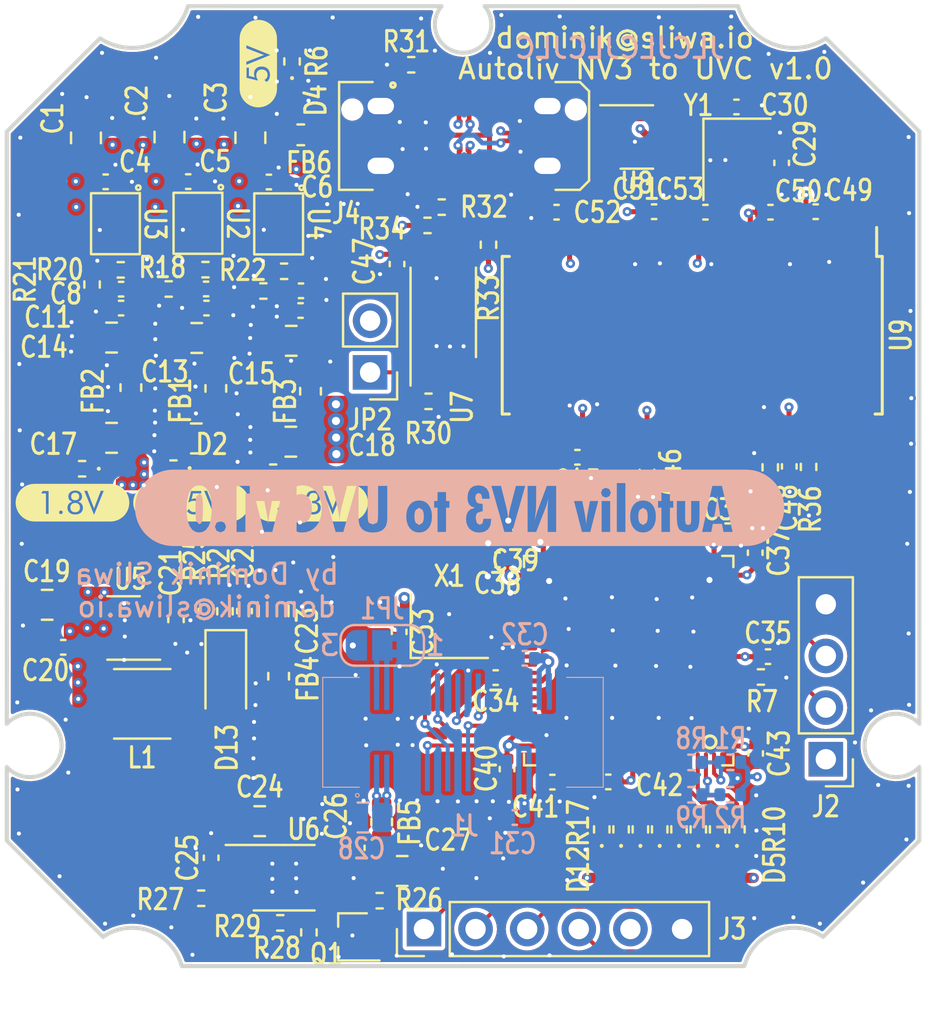
<source format=kicad_pcb>
(kicad_pcb (version 20221018) (generator pcbnew)
  (layers (0 "F.Cu" signal) (1 "In1.Cu" signal) (2 "In2.Cu" signal) (31 "B.Cu" signal) (34 "B.Paste" user) (35 "F.Paste" user) (36 "B.SilkS" user "B.Silkscreen") (37 "F.SilkS" user "F.Silkscreen") (38 "B.Mask" user) (39 "F.Mask" user) (44 "Edge.Cuts" user))
  (net 0 "")
  (net 1 "+5V")
  (net 2 "GND")
  (net 3 "Net-(U2-FB)")
  (net 4 "Net-(U3-FB)")
  (net 5 "Net-(U4-FB)")
  (net 6 "+2V5")
  (net 7 "+1V8")
  (net 8 "+3.3V")
  (net 9 "Net-(D13-K)")
  (net 10 "Net-(U5-FB)")
  (net 11 "+12VA")
  (net 12 "Net-(U6-OUT)")
  (net 13 "VAA")
  (net 14 "Net-(U9-XTALOUT)")
  (net 15 "Net-(U9-XTALIN)")
  (net 16 "Net-(D1-K)")
  (net 17 "Net-(D2-K)")
  (net 18 "Net-(D3-K)")
  (net 19 "Net-(D4-K)")
  (net 20 "Net-(D5-K)")
  (net 21 "Net-(D6-K)")
  (net 22 "Net-(D7-K)")
  (net 23 "Net-(D8-K)")
  (net 24 "Net-(D9-K)")
  (net 25 "Net-(D10-K)")
  (net 26 "Net-(D11-K)")
  (net 27 "Net-(D12-K)")
  (net 28 "Net-(D13-A)")
  (net 29 "/USB/V_{IN}")
  (net 30 "/FPGA_DBG_TX")
  (net 31 "/FPGA_DBG_RX")
  (net 32 "/FPGA_TMS")
  (net 33 "/FPGA_TCK")
  (net 34 "/FPGA_TDI")
  (net 35 "/FPGA_TDO")
  (net 36 "Net-(J1-Pin_38)")
  (net 39 "/FPGA_MODE0")
  (net 40 "/FPGA_MODE1")
  (net 41 "/~{FPGA_RECONF}")
  (net 42 "/~{LED0}")
  (net 43 "/~{LED1}")
  (net 44 "/~{LED2}")
  (net 45 "/~{LED3}")
  (net 46 "/~{LED4}")
  (net 47 "/~{LED5}")
  (net 48 "/~{LED6}")
  (net 49 "/~{LED7}")
  (net 50 "Net-(J4-CC1)")
  (net 54 "/USB/USB_SDA")
  (net 55 "/USB/USB_SCL")
  (net 58 "Net-(J4-CC2)")
  (net 59 "/USB/USB_D-")
  (net 60 "/USB/USB_D+")
  (net 64 "/USB/FIFO_CTRL.CLK_OUT")
  (net 65 "/USB/FIFO_CTRL.SLRD")
  (net 66 "/USB/FIFO_CTRL.SLWR")
  (net 67 "/USB/FIFO_CTRL.CLK_IN")
  (net 68 "/USB/FIFO_DATA0")
  (net 69 "/USB/FIFO_DATA1")
  (net 70 "/USB/FIFO_DATA2")
  (net 71 "/USB/FIFO_DATA3")
  (net 72 "/USB/FIFO_DATA4")
  (net 73 "/USB/FIFO_DATA5")
  (net 74 "/USB/FIFO_DATA6")
  (net 75 "/USB/FIFO_DATA7")
  (net 76 "/USB/FIFO_CTRL.FLAG1")
  (net 77 "/USB/FIFO_CTRL.FLAG2")
  (net 78 "/USB/FIFO_CTRL.FLAG3")
  (net 79 "/USB/FIFO_CTRL.~{INT0}")
  (net 80 "/USB/FIFO_CTRL.~{INT1}")
  (net 81 "/USB/FIFO_CTRL.SLOE")
  (net 82 "Net-(JP2-A)")
  (net 83 "/USB/FIFO_CTRL.ADDR0")
  (net 84 "/USB/FIFO_CTRL.ADDR1")
  (net 85 "/USB/FIFO_CTRL.PKTEND")
  (net 86 "Net-(Q1-D)")
  (net 87 "Net-(U6-ILIM)")
  (net 88 "Net-(U6-SET)")
  (net 89 "Net-(U9-~{RESET})")
  (net 90 "Net-(U9-WAKEUP)")
  (net 92 "/25MHz_CLK")
  (net 93 "/ENA")
  (net 94 "/DATA_ODD")
  (net 95 "/BIAS")
  (net 96 "/CLK")
  (net 97 "/DATA_EVEN")
  (net 98 "/CMD")
  (net 115 "/SHUTTER")
  (net 116 "/V_{BIAS}_SEL")
  (net 133 "/Power/2V5_UNFLT")
  (net 134 "/Power/1V8_UNFLT")
  (net 135 "/Power/3V3_UNFLT")
  (footprint "Capacitor_SMD:C_0805_2012Metric" (layer "F.Cu") (at 136.65 98.95 180)
    (fp_text reference "C16" hide)
    (fp_text value "33u")
  )
  (footprint "Capacitor_SMD:C_0805_2012Metric" (layer "F.Cu") (at 141.32 94.15 180)
    (fp_text reference "C15")
    (fp_text value "33u")
  )
  (footprint "Capacitor_SMD:C_0805_2012Metric" (layer "F.Cu") (at 131.22 84.17 90)
    (fp_text reference "C1")
    (fp_text value "22u")
  )
  (footprint "Capacitor_SMD:C_0402_1005Metric" (layer "F.Cu") (at 144.57 119.08 -90)
    (fp_text reference "C26")
    (fp_text value "100n")
  )
  (footprint "Resistor_SMD:R_0402_1005Metric" (layer "F.Cu") (at 166.775 100.35 90)
    (fp_text reference "R36")
    (fp_text value "5k1")
  )
  (footprint "LED_SMD:LED_0402_1005Metric" (layer "F.Cu") (at 156.6 120.075 -90)
    (fp_text reference "D12")
    (fp_text value "Green")
  )
  (footprint "Resistor_SMD:R_0402_1005Metric" (layer "F.Cu") (at 161.35 118.175 90)
    (fp_text reference "R12" hide)
    (fp_text value "470R")
  )
  (footprint "kibuzzard-636D73F4" (layer "F.Cu") (at 139.7 80.518 90)
    (fp_text reference "kibuzzard-636D73F4" hide)
    (fp_text value "G***" hide)
  )
  (footprint "LED_SMD:LED_0402_1005Metric" (layer "F.Cu") (at 142.3075 100.61)
    (fp_text reference "D3" hide)
    (fp_text value "Green")
  )
  (footprint "Resistor_SMD:R_0402_1005Metric" (layer "F.Cu") (at 139.95 91.7 180)
    (fp_text reference "R23" hide)
    (fp_text value "22k1")
  )
  (footprint "Resistor_SMD:R_0402_1005Metric" (layer "F.Cu") (at 135.525 100.41 180)
    (fp_text reference "R4" hide)
    (fp_text value "5k1")
  )
  (footprint "Capacitor_SMD:C_0402_1005Metric" (layer "F.Cu") (at 132.95 92.54 180)
    (fp_text reference "C11")
    (fp_text value "100n")
  )
  (footprint "Capacitor_SMD:C_0402_1005Metric" (layer "F.Cu") (at 146.63 108.46 -90)
    (fp_text reference "C33")
    (fp_text value "100n")
  )
  (footprint "Capacitor_SMD:C_0402_1005Metric" (layer "F.Cu") (at 155.4 99.875 180)
    (fp_text reference "C45")
    (fp_text value "100n")
  )
  (footprint "Capacitor_SMD:C_0805_2012Metric" (layer "F.Cu") (at 139.31 84.16 90)
    (fp_text reference "C3")
    (fp_text value "22u")
  )
  (footprint "Package_TO_SOT_SMD:SOT-323_SC-70" (layer "F.Cu") (at 144.36 123.46 180)
    (fp_text reference "Q1")
    (fp_text value "BSS138PW,115")
  )
  (footprint "Capacitor_SMD:C_0402_1005Metric" (layer "F.Cu") (at 162.79 103.49)
    (fp_text reference "C36")
    (fp_text value "100n")
  )
  (footprint "Custom:MUN3CAD01" (layer "F.Cu") (at 132.67 88.39 -90)
    (fp_text reference "U3")
    (fp_text value "MUN3CAD01-SC")
  )
  (footprint "Package_TO_SOT_SMD:SOT-23-5" (layer "F.Cu") (at 133.07 108.27 180)
    (fp_text reference "U5")
    (fp_text value "AP3012")
  )
  (footprint "Capacitor_SMD:C_0805_2012Metric" (layer "F.Cu") (at 132.48 98.92 180)
    (fp_text reference "C17")
    (fp_text value "33u")
  )
  (footprint "Connector_PinHeader_2.54mm:PinHeader_1x04_P2.54mm_Vertical" (layer "F.Cu") (at 167.625 114.725 180)
    (fp_text reference "J2")
    (fp_text value "Conn_01x04")
  )
  (footprint "LED_SMD:LED_0402_1005Metric" (layer "F.Cu") (at 163.25 120.075 -90)
    (fp_text reference "D5")
    (fp_text value "Green")
  )
  (footprint "LED_SMD:LED_0402_1005Metric" (layer "F.Cu") (at 141.36 82.32 -90)
    (fp_text reference "D4")
    (fp_text value "Green")
  )
  (footprint "Capacitor_SMD:C_0402_1005Metric" (layer "F.Cu") (at 165.45 85.4 -90)
    (fp_text reference "C29")
    (fp_text value "12pF")
  )
  (footprint "kibuzzard-636D7427" (layer "F.Cu") (at 136.398 102.108)
    (fp_text reference "kibuzzard-636D7427" hide)
    (fp_text value "G***" hide)
  )
  (footprint "Capacitor_SMD:C_0402_1005Metric" (layer "F.Cu") (at 151.38 110.71 180)
    (fp_text reference "C34")
    (fp_text value "100n")
  )
  (footprint "Resistor_SMD:R_0402_1005Metric" (layer "F.Cu") (at 156.6 118.175 90)
    (fp_text reference "R17")
    (fp_text value "470R")
  )
  (footprint "Resistor_SMD:R_0402_1005Metric" (layer "F.Cu") (at 157.55 118.175 90)
    (fp_text reference "R16" hide)
    (fp_text value "470R")
  )
  (footprint "Capacitor_SMD:C_0805_2012Metric" (layer "F.Cu") (at 136.67 94.01 180)
    (fp_text reference "C13")
    (fp_text value "33u")
  )
  (footprint "Resistor_SMD:R_0402_1005Metric" (layer "F.Cu") (at 137.1 90.65 180)
    (fp_text reference "R18")
    (fp_text value "100k")
  )
  (footprint "Capacitor_SMD:C_0402_1005Metric" (layer "F.Cu") (at 151.47 104.92 180)
    (fp_text reference "C38")
    (fp_text value "100n")
  )
  (footprint "Resistor_SMD:R_0402_1005Metric" (layer "F.Cu") (at 138.06 107.45 90)
    (fp_text reference "R24")
    (fp_text value "75k")
  )
  (footprint "LED_SMD:LED_0402_1005Metric" (layer "F.Cu") (at 160.4 120.075 -90)
    (fp_text reference "D8" hide)
    (fp_text value "Green")
  )
  (footprint "Resistor_SMD:R_0402_1005Metric" (layer "F.Cu") (at 145.67 121.68 180)
    (fp_text reference "R26")
    (fp_text value "10K")
  )
  (footprint "Package_SO:SSOP-56_7.5x18.5mm_P0.635mm" (layer "F.Cu") (at 161.05 93.875 -90)
    (fp_text reference "U9")
    (fp_text value "CY7C68013A-56PVX")
  )
  (footprint "Resistor_SMD:R_0402_1005Metric" (layer "F.Cu") (at 142.19 123.24 -90)
    (fp_text reference "R28")
    (fp_text value "499K")
  )
  (footprint "Capacitor_SMD:C_0402_1005Metric" (layer "F.Cu") (at 137.13 91.6 180)
    (fp_text reference "C7" hide)
    (fp_text value "100p")
  )
  (footprint "Capacitor_SMD:C_0805_2012Metric" (layer "F.Cu") (at 141.3 99.11 180)
    (fp_text reference "C18")
    (fp_text value "33u")
  )
  (footprint "Capacitor_SMD:C_0805_2012Metric" (layer "F.Cu") (at 129.31 107.13 180)
    (fp_text reference "C19")
    (fp_text value "22u")
  )
  (footprint "Custom:MUN3CAD01" (layer "F.Cu") (at 136.73 88.37 -90)
    (fp_text reference "U2")
    (fp_text value "MUN3CAD01-SC")
  )
  (footprint "Capacitor_SMD:C_0402_1005Metric" (layer "F.Cu") (at 156.92 115.84 180)
    (fp_text reference "C42")
    (fp_text value "100n")
  )
  (footprint "Resistor_SMD:R_0402_1005Metric" (layer "F.Cu") (at 158.5 118.175 90)
    (fp_text reference "R15" hide)
    (fp_text value "470R")
  )
  (footprint "Inductor_SMD:L_1812_4532Metric" (layer "F.Cu") (at 133.99 112)
    (fp_text reference "L1")
    (fp_text value "10uH")
  )
  (footprint "Resistor_SMD:R_0402_1005Metric" (layer "F.Cu") (at 148.025 88.475)
    (fp_text reference "R34")
    (fp_text value "5k1")
  )
  (footprint "Resistor_SMD:R_0402_1005Metric" (layer "F.Cu") (at 148.075 97.125 180)
    (fp_text reference "R30")
    (fp_text value "5k1")
  )
  (footprint "Resistor_SMD:R_0402_1005Metric" (layer "F.Cu") (at 131.03 100.44 180)
    (fp_text reference "R3" hide)
    (fp_text value "470R")
  )
  (footprint "Capacitor_SMD:C_0805_2012Metric" (layer "F.Cu") (at 146.78 120.22 180)
    (fp_text reference "C27")
    (fp_text value "10u")
  )
  (footprint "Capacitor_SMD:C_0402_1005Metric" (layer "F.Cu") (at 137.15 92.54 180)
    (fp_text reference "C10" hide)
    (fp_text value "100n")
  )
  (footprint "LED_SMD:LED_0402_1005Metric" (layer "F.Cu") (at 159.45 120.075 -90)
    (fp_text reference "D9" hide)
    (fp_text value "Green")
  )
  (footprint "kibuzzard-636D7417" (layer "F.Cu") (at 142.24 102.108)
    (fp_text reference "kibuzzard-636D7417" hide)
    (fp_text value "G***" hide)
  )
  (footprint "Resistor_SMD:R_0402_1005Metric" (layer "F.Cu") (at 164.43 110.68)
    (fp_text reference "R7")
    (fp_text value "10k")
  )
  (footprint "Capacitor_SMD:C_0402_1005Metric" (layer "F.Cu") (at 163.225 82.65 180)
    (fp_text reference "C30")
    (fp_text value "12pF")
  )
  (footprint "Capacitor_SMD:C_0402_1005Metric" (layer "F.Cu") (at 136.25 86.32)
    (fp_text reference "C5")
    (fp_text value "100n")
  )
  (footprint "Capacitor_SMD:C_0402_1005Metric" (layer "F.Cu") (at 132.19 86.33)
    (fp_text reference "C4")
    (fp_text value "100n")
  )
  (footprint "Resistor_SMD:R_0402_1005Metric" (layer "F.Cu") (at 141.36 80.4125 90)
    (fp_text reference "R6")
    (fp_text value "33k")
  )
  (footprint "Capacitor_SMD:C_0402_1005Metric" (layer "F.Cu") (at 151.94 115.21 -90)
    (fp_text reference "C40")
    (fp_text value "100n")
  )
  (footprint "Capacitor_SMD:C_0402_1005Metric" (layer "F.Cu") (at 132.95 91.61 180)
    (fp_text reference "C8")
    (fp_text value "100p")
  )
  (footprint "Resistor_SMD:R_0402_1005Metric" (layer "F.Cu") (at 135.65 107.83 -90)
    (fp_text reference "R25")
    (fp_text value "9k1")
  )
  (footprint "Oscillator:Oscillator_SMD_Abracon_ASE-4Pin_3.2x2.5mm" (layer "F.Cu") (at 149.1 108.17)
    (fp_text reference "X1")
    (fp_text value "ASE-25MHz")
  )
  (footprint "Resistor_SMD:R_0402_1005Metric" (layer "F.Cu") (at 164.89 100.37 90)
    (fp_text reference "R35")
    (fp_text value "5k1")
  )
  (footprint "Connector_PinHeader_2.54mm:PinHeader_1x06_P2.54mm_Vertical" (layer "F.Cu") (at 147.85 123.075 90)
    (fp_text reference "J3")
    (fp_text value "Conn_01x06")
  )
  (footprint "Inductor_SMD:L_0603_1608Metric" (layer "F.Cu") (at 141.79 84.02 180)
    (fp_text reference "FB6")
    (fp_text value "FerriteBead_Small")
  )
  (footprint "Capacitor_SMD:C_0402_1005Metric" (layer "F.Cu") (at 164.17 114.44 -90)
    (fp_text reference "C43")
    (fp_text value "100n")
  )
  (footprint "Resistor_SMD:R_0402_1005Metric" (layer "F.Cu") (at 132.93 90.66 180)
    (fp_text reference "R20")
    (fp_text value "100k")
  )
  (footprint "Capacitor_SMD:C_0402_1005Metric" (layer "F.Cu") (at 164.78 109.68)
    (fp_text reference "C35")
    (fp_text value "100n")
  )
  (footprint "LED_SMD:LED_0402_1005Metric" (layer "F.Cu") (at 137.41 100.41)
    (fp_text reference "D2")
    (fp_text value "Green")
  )
  (footprint "Resistor_SMD:R_0402_1005Metric" (layer "F.Cu") (at 140.78 122.77 180)
    (fp_text reference "R29")
    (fp_text value "110k")
  )
  (footprint "Resistor_SMD:R_0402_1005Metric" (layer "F.Cu") (at 140.4325 100.61 180)
    (fp_text reference "R5" hide)
    (fp_text value "10k")
  )
  (footprint "kibuzzard-636D7435" (layer "F.Cu") (at 130.556 102.108)
    (fp_text reference "kibuzzard-636D7435" hide)
    (fp_text value "G***" hide)
  )
  (footprint "Capacitor_SMD:C_0805_2012Metric" (layer "F.Cu") (at 139.77 117.77)
    (fp_text reference "C24")
    (fp_text value "1u")
  )
  (footprint "Capacitor_SMD:C_0402_1005Metric" (layer "F.Cu") (at 159.175 87.8)
    (fp_text reference "C51")
    (fp_text value "100n")
  )
  (footprint "Resistor_SMD:R_0402_1005Metric" (layer "F.Cu") (at 163.25 118.175 90)
    (fp_text reference "R10")
    (fp_text value "470R")
  )
  (footprint "Resistor_SMD:R_0402_1005Metric" (layer "F.Cu") (at 148.725 87.575)
    (fp_text reference "R32")
    (fp_text value "5k1")
  )
  (footprint "Capacitor_SMD:C_0402_1005Metric" (layer "F.Cu") (at 154.375 87.825 180)
    (fp_text reference "C52")
    (fp_text value "100n")
  )
  (footprint "Capacitor_SMD:C_0402_1005Metric" (layer "F.Cu") (at 158.825 100.6 -90)
    (fp_text reference "C46")
    (fp_text value "100n")
  )
  (footprint "Capacitor_SMD:C_0402_1005Metric" (layer "F.Cu") (at 141.8 91.69 180)
    (fp_text reference "C9" hide)
    (fp_text value "100p")
  )
  (footprint "Resistor_SMD:R_0402_1005Metric" (layer "F.Cu") (at 140.97 90.73 180)
    (fp_text reference "R22")
    (fp_text value "100k")
  )
  (footprint "Resistor_SMD:R_0402_1005Metric" (layer "F.Cu") (at 147.225 80.575)
    (fp_text reference "R31")
    (fp_text value "5k1")
  )
  (footprint "Custom:QFN-88_EP_10x10_Pitch0.4mm" (layer "F.Cu") (at 157.925 109.875 180)
    (fp_text reference "U1" hide)
    (fp_text value "GW1NR-9_QN882")
  )
  (footprint "LED_SMD:LED_0402_1005Metric" (layer "F.Cu") (at 132.94 100.44)
    (fp_text reference "D1" hide)
    (fp_text value "Green")
  )
  (footprint "Resistor_SMD:R_0402_1005Metric" (layer "F.Cu") (at 162.3 118.175 90)
    (fp_text reference "R11" hide)
    (fp_text value "470R")
  )
  (footprint "Capacitor_SMD:C_0402_1005Metric" (layer "F.Cu") (at 154.17 115.85)
    (fp_text reference "C41")
    (fp_text value "100n")
  )
  (footprint "Inductor_SMD:L_0603_1608Metric" (layer "F.Cu") (at 137.61 96.49 -90)
    (fp_text reference "FB1")
    (fp_text value "FerriteBead_Small")
  )
  (footprint "Resistor_SMD:R_0402_1005Metric" (layer "F.Cu") (at 135.29 91.6 180)
    (fp_text reference "R19" hide)
    (fp_text value "31k6")
  )
  (footprint "Capacitor_SMD:C_0402_1005Metric" (layer "F.Cu") (at 165.825 100.325 -90)
    (fp_text reference "C48")
    (fp_text value "100n")
  )
  (footprint "Capacitor_SMD:C_0402_1005Metric" (layer "F.Cu") (at 146.525 90.375 -90)
    (fp_text reference "C47")
    (fp_text value "100n")
  )
  (footprint "Capacitor_SMD:C_0402_1005Metric" (layer "F.Cu") (at 164.15 104.57 90)
    (fp_text reference "C37")
    (fp_text value "100n")
  )
  (footprint "LED_SMD:LED_0402_1005Metric" (layer "F.Cu") (at 162.3 120.075 -90)
    (fp_text reference "D6" hide)
    (fp_text value "Green")
  )
  (footprint "Resistor_SMD:R_0402_1005Metric" (layer "F.Cu") (at 160.4 118.175 90)
    (fp_text reference "R13" hide)
    (fp_text value "470R")
  )
  (footprint "Inductor_SMD:L_0603_1608Metric" (layer "F.Cu") (at 133.43 96.45 -90)
    (fp_text reference "FB2")
    (fp_text value "FerriteBead_Small")
  )
  (footprint "Resistor_SMD:R_0402_1005Metric" (layer "F.Cu") (at 151.025 89.425 90)
    (fp_text reference "R33")
    (fp_text value "5k1")
  )
  (footprint "Capacitor_SMD:C_0402_1005Metric" (layer "F.Cu") (at 137.38 119.57 90)
    (fp_text reference "C25")
    (fp_text value "100n")
  )
  (footprint "Capacitor_SMD:C_0402_1005Metric" (layer "F.Cu") (at 140.22 86.34)
    (fp_text reference "C6")
    (fp_text value "100n")
  )
  (footprint "Capacitor_SMD:C_0402_1005Metric" (layer "F.Cu") (at 141.78 92.66 180)
    (fp_text reference "C12" hide)
    (fp_text value "100n")
  )
  (footprint "Capacitor_SMD:C_0402_1005Metric" (layer "F.Cu") (at 130.1 109.22 180)
    (fp_text reference "C20")
    (fp_text value "100n")
  )
  (footprint "Capacitor_SMD:C_0805_2012Metric" (layer "F.Cu") (at 140.45 107.43 90)
    (fp_text reference "C23")
    (fp_text value "10u")
  )
  (footprint "Capacitor_SMD:C_0402_1005Metric" (layer "F.Cu") (at 137.13 107.43 90)
    (fp_text reference "C21")
    (fp_text value "10p")
  )
  (footprint "Capacitor_SMD:C_0402_1005Metric" (layer "F.Cu") (at 152.35 103.8 180)
    (fp_text reference "C39")
    (fp_text value "100n")
  )
  (footprint "LED_SMD:LED_0402_1005Metric" (layer "F.Cu") (at 158.5 120.075 -90)
    (fp_text reference "D10" hide)
    (fp_text value "Green")
  )
  (footprint "Resistor_SMD:R_0402_1005Metric" (layer "F.Cu") (at 136.89 121.56 180)
    (fp_text reference "R27")
    (fp_text value "1k")
  )
  (footprint "Custom:MUN3CAD01" (layer "F.Cu") (at 140.7 88.4 -90)
    (fp_text reference "U4")
    (fp_text value "MUN3CAD01-SC")
  )
  (footprint "Capacitor_SMD:C_0402_1005Metric" (layer "F.Cu") (at 161.7 87.825)
    (fp_text reference "C53")
    (fp_text value "100n")
  )
  (footprint "Package_TO_SOT_SMD:SOT-23-6" (layer "F.Cu") (at 158.325 84.125)
    (fp_text reference "U8")
    (fp_text value "USBLC6-2SC6")
  )
  (footprint "Resistor_SMD:R_0402_1005Metric" (layer "F.Cu") (at 131.52 91.38 90)
    (fp_text reference "R21")
    (fp_text value "50k")
  )
  (footprint "LED_SMD:LED_0402_1005Metric" (layer "F.Cu") (at 157.55 120.075 -90)
    (fp_text reference "D11" hide)
    (fp_text value "Green")
  )
  (footprint "Inductor_SMD:L_0603_1608Metric" (layer "F.Cu") (at 140.7 110.6425 -90)
    (fp_text reference "FB4")
    (fp_text value "FerriteBead_Small")
  )
  (footprint "Inductor_SMD:L_0603_1608Metric" (layer "F.Cu") (at 145.77 117.81 90)
    (fp_text reference "FB5")
    (fp_text value "FerriteBead_Small")
  )
  (footprint "Capacitor_SMD:C_0402_1005Metric" (layer "F.Cu") (at 139.02 107.44 90)
    (fp_text reference "C22")
    (fp_text value "100n")
  )
  (footprint "Connector_USB:USB_C_Receptacle_JAE_DX07S024WJ3R400" (layer "F.Cu") (at 149.825 84.075)
    (fp_text reference "J4")
    (fp_text value "USB_C_Receptacle")
  )
  (footprint "Capacitor_SMD:C_0402_1005Metric" (layer "F.Cu") (at 167.125 87.8)
    (fp_text reference "C49")
    (fp_text value "100n")
  )
  (footprint "Diode_SMD:D_SOD-123F" (layer "F.Cu") (at 138.1 110.5775 -90)
    (fp_text reference "D13")
    (fp_text value "PMEG2010EH")
  )
  (footprint "Crystal:Crystal_SMD_Abracon_ABM8G-4Pin_3.2x2.5mm" (layer "F.Cu") (at 163.25 85.225 -90)
    (fp_text reference "Y1")
    (fp_text value "24MHz")
  )
  (footprint "Capacitor_SMD:C_0402_1005Metric" (layer "F.Cu") (at 164.9 87.825)
    (fp_text reference "C50")
    (fp_text value "100n")
  )
  (footprint "Connector_PinHeader_2.54mm:PinHeader_1x02_P2.54mm_Vertical" (layer "F.Cu") (at 145.2 95.7 180)
    (fp_text reference "JP2")
    (fp_text value "2pin")
  )
  (footprint "LED_SMD:LED_0402_1005Metric" (layer "F.Cu") (at 161.35 120.075 -90)
    (fp_text reference "D7" hide)
    (fp_text value "Green")
  )
  (footprint "Capacitor_SMD:C_0805_2012Metric" (layer "F.Cu") (at 132.48 93.99 180)
    (fp_text reference "C14")
    (fp_text value "33u")
  )
  (footprint "Inductor_SMD:L_0603_1608Metric" (layer "F.Cu") (at 142.27 96.63 -90)
    (fp_text reference "FB3")
    (fp_text value "FerriteBead_Small")
  )
  (footprint "Resistor_SMD:R_0402_1005Metric" (layer "F.Cu") (at 159.45 118.175 90)
    (fp_text reference "R14" hide)
    (fp_text value "470R")
  )
  (footprint "Capacitor_SMD:C_0805_2012Metric" (layer "F.Cu") (at 135.33 84.13 90)
    (fp_text reference "C2")
    (fp_text value "22u")
  )
  (footprint "Package_SO:TSSOP-8_4.4x3mm_P0.65mm" (layer "F.Cu") (at 148.8 92.75 90)
    (fp_text reference "U7")
    (fp_text value "CAT24C128")
  )
  (footprint "Package_SO:MSOP-10-1EP_3x3mm_P0.5mm_EP1.68x1.88mm" (layer "F.Cu") (at 140.97 120.55)
    (fp_text reference "U6")
    (fp_text value "LT3042xMSE")
  )
  (footprint "Capacitor_SMD:C_0402_1005Metric" (layer "B.Cu") (at 152.81 109.76 180)
    (fp_text reference "C32")
    (fp_text value "10u")
  )
  (footprint "Resistor_SMD:R_0402_1005Metric" (layer "B.Cu") (at 161.01 116.47 180)
    (fp_text reference "R9")
    (fp_text value "10k")
  )
  (footprint "Capacitor_SMD:C_0402_1005Metric" (layer "B.Cu") (at 152.32 117.59 180)
    (fp_text reference "C31")
    (fp_text value "10u")
  )
  (footprint "Resistor_SMD:R_0402_1005Metric" (layer "B.Cu") (at 162.92 116.47 180)
    (fp_text reference "R2")
    (fp_text value "10k")
  )
  (footprint "Capacitor_SMD:C_0805_2012Metric" (layer "B.Cu") (at 144.85 117.59 180)
    (fp_text reference "C28")
    (fp_text value "1u")
  )
  (footprint "Jumper:SolderJumper-3_P1.3mm_Bridged2Bar12_RoundedPad1.0x1.5mm_NumberLabels" (layer "B.Cu") (at 145.8 109.125 180)
    (fp_text reference "JP1")
    (fp_text value "SolderJumper_3_Bridged12")
  )
  (footprint "Resistor_SMD:R_0402_1005Metric" (layer "B.Cu") (at 162.925 114.875 180)
    (fp_text reference "R1")
    (fp_text value "10k")
  )
  (footprint "Resistor_SMD:R_0402_1005Metric" (layer "B.Cu") (at 161.01 114.88 180)
    (fp_text reference "R8")
    (fp_text value "10k")
  )
  (footprint "Custom:52991-0408" (layer "B.Cu") (at 149.77 113.4 -90)
    (fp_text reference "J1")
    (fp_text value "Conn_02x20_Counter_Clockwise")
  )
  (footprint "kibuzzard-636D765E" (layer "B.Cu") (at 149.606 102.362 180)
    (fp_text reference "kibuzzard-636D765E" hide)
    (fp_text value "G***" hide)
  )
  (gr_arc locked (start 136.235685 77.695375) (mid 134.473012 79.573295) (end 131.915053 79.272559) (stroke (width 0.2)) (layer "Edge.Cuts"))
  (gr_arc locked (start 163.618498 124.895375) (mid 165.179109 123.168189) (end 167.488481 123.46056) (stroke (width 0.2)) (layer "Edge.Cuts"))
  (gr_line locked (start 127.324999 112.983293) (end 127.320905 83.866708) (stroke (width 0.2)) (layer "Edge.Cuts"))
  (gr_line locked (start 149.775 124.895375) (end 135.931501 124.895375) (stroke (width 0.2)) (layer "Edge.Cuts"))
  (gr_line locked (start 172.225 112.983292) (end 172.225 83.866708) (stroke (width 0.2)) (layer "Edge.Cuts"))
  (gr_line locked (start 127.324999 118.724042) (end 127.325 115.107458) (stroke (width 0.2)) (layer "Edge.Cuts"))
  (gr_arc locked (start 167.630851 79.272559) (mid 165.072903 79.573264) (end 163.310219 77.695375) (stroke (width 0.2)) (layer "Edge.Cuts"))
  (gr_line locked (start 127.320905 83.866708) (end 131.915053 79.272559) (stroke (width 0.2)) (layer "Edge.Cuts"))
  (gr_line locked (start 172.225 118.724041) (end 172.225 115.107458) (stroke (width 0.2)) (layer "Edge.Cuts"))
  (gr_arc locked (start 132.061517 123.460561) (mid 134.370888 123.16819) (end 135.931501 124.895375) (stroke (width 0.2)) (layer "Edge.Cuts"))
  (gr_line locked (start 132.061517 123.460561) (end 127.324999 118.724042) (stroke (width 0.2)) (layer "Edge.Cuts"))
  (gr_line locked (start 149.775 124.895375) (end 163.618498 124.895375) (stroke (width 0.2)) (layer "Edge.Cuts"))
  (gr_arc locked (start 172.225 115.107458) (mid 169.528651 114.045375) (end 172.225 112.983292) (stroke (width 0.2)) (layer "Edge.Cuts"))
  (gr_arc locked (start 127.324999 112.983293) (mid 130.021353 114.045374) (end 127.325 115.107458) (stroke (width 0.2)) (layer "Edge.Cuts"))
  (gr_line locked (start 136.235685 77.695375) (end 148.718096 77.694631) (stroke (width 0.2)) (layer "Edge.Cuts"))
  (gr_line locked (start 172.225 83.866708) (end 167.630851 79.272559) (stroke (width 0.2)) (layer "Edge.Cuts"))
  (gr_line locked (start 167.488481 123.46056) (end 172.225 118.724041) (stroke (width 0.2)) (layer "Edge.Cuts"))
  (gr_arc locked (start 150.831904 77.694631) (mid 149.775 79.984038) (end 148.718096 77.694631) (stroke (width 0.2)) (layer "Edge.Cuts"))
  (gr_line locked (start 163.310219 77.695375) (end 150.831904 77.694631) (stroke (width 0.2)) (layer "Edge.Cuts"))
  (gr_text "by Dominik Sliwa\ndominik@sliwa.io" (at 137.16 106.426) (layer "B.SilkS") (effects (font (size 1 1)) (justify mirror)))
  (gr_text "JLCJLCJLCJLC" (at 157.48 79.756) (layer "B.SilkS") (effects (font (size 1 1) (thickness 0.16)) (justify mirror)))
  (gr_text "dominik@sliwa.io" (at 157.734 79.248) (layer "F.SilkS") (effects (font (size 1 1))))
  (gr_text "Autoliv NV3 to UVC v1.0" (at 158.75 80.772) (layer "F.SilkS") (effects (font (size 1 1))))
  (segment (start 158.8905 84.125) (end 158.49 83.7245) (width 0.35) (layer "F.Cu") (net 1))
  (segment (start 159.4625 84.125) (end 158.8905 84.125) (width 0.35) (layer "F.Cu") (net 1))
  (segment (start 141.36 83.6625) (end 141.0025 84.02) (width 0.25) (layer "F.Cu") (net 1))
  (segment (start 141.36 82.805) (end 141.36 83.6625) (width 0.25) (layer "F.Cu") (net 1))
  (via (at 132.53 84.51) (size 0.45) (drill 0.2) (layers "F.Cu" "B.Cu") (net 1))
  (via (at 141.57 85.71) (size 0.45) (drill 0.2) (layers "F.Cu" "B.Cu") (net 1))
  (via (at 130.82 110.15) (size 0.45) (drill 0.2) (layers "F.Cu" "B.Cu") (net 1))
  (via (at 131.32 106.5) (size 0.45) (drill 0.2) (layers "F.Cu" "B.Cu") (net 1))
  (via (at 131.28 108.28) (size 0.45) (drill 0.2) (layers "F.Cu" "B.Cu") (net 1))
  (via (at 138.76 86.3) (size 0.45) (drill 0.2) (layers "F.Cu" "B.Cu") (net 1))
  (via (at 138.01 84.49) (size 0.45) (drill 0.2) (layers "F.Cu" "B.Cu") (net 1))
  (via (at 134.03 84.52) (size 0.45) (drill 0.2) (layers "F.Cu" "B.Cu") (net 1))
  (via (at 138.7 87.52) (size 0.45) (drill 0.2) (layers "F.Cu" "B.Cu") (net 1))
  (via (at 130.83 110.95) (size 0.45) (drill 0.2) (layers "F.Cu" "B.Cu") (net 1))
  (via (at 134.63 87.57) (size 0.45) (drill 0.2) (layers "F.Cu" "B.Cu") (net 1))
  (via (at 130.43 108.43) (size 0.45) (drill 0.2) (layers "F.Cu" "B.Cu") (net 1))
  (via (at 130.74 87.57) (size 0.45) (drill 0.2) (layers "F.Cu" "B.Cu") (net 1))
  (via (at 132.12 106.52) (size 0.45) (drill 0.2) (layers "F.Cu" "B.Cu") (net 1))
  (via (at 134.66 86.31) (size 0.45) (drill 0.2) (layers "F.Cu" "B.Cu") (net 1))
  (via (at 130.84 111.76) (size 0.45) (drill 0.2) (layers "F.Cu" "B.Cu") (net 1))
  (via (at 158.49 83.7245) (size 0.45) (drill 0.2) (layers "F.Cu" "B.Cu") (net 1))
  (via (at 132.09 108.3) (size 0.45) (drill 0.2) (layers "F.Cu" "B.Cu") (net 1))
  (via (at 136.66 84.46) (size 0.45) (drill 0.2) (layers "F.Cu" "B.Cu") (net 1))
  (via (at 130.72 86.31) (size 0.45) (drill 0.2) (layers "F.Cu" "B.Cu") (net 1))
  (segment (start 148.585 97.125) (end 148.475 97.015) (width 0.2) (layer "F.Cu") (net 2))
  (segment (start 148.475 97.015) (end 148.475 95.6125) (width 0.2) (layer "F.Cu") (net 2))
  (segment (start 141.44 86.34) (end 141.58 86.48) (width 0.35) (layer "F.Cu") (net 2))
  (segment (start 140.7 87.325) (end 140.7 86.34) (width 0.35) (layer "F.Cu") (net 2))
  (segment (start 157.995 84.125) (end 158.23 84.36) (width 0.35) (layer "F.Cu") (net 2))
  (segment (start 136.73 85.5) (end 136.71 85.48) (width 0.35) (layer "F.Cu") (net 2))
  (segment (start 136.73 87.295) (end 136.73 86.32) (width 0.35) (layer "F.Cu") (net 2))
  (segment (start 132.67 86.33) (end 133.48 86.33) (width 0.35) (layer "F.Cu") (net 2))
  (segment (start 157.1875 84.125) (end 157.995 84.125) (width 0.35) (layer "F.Cu") (net 2))
  (segment (start 136.73 86.32) (end 137.56 86.32) (width 0.35) (layer "F.Cu") (net 2))
  (segment (start 136.73 86.32) (end 136.73 85.5) (width 0.35) (layer "F.Cu") (net 2))
  (segment (start 132.67 86.33) (end 132.67 85.49) (width 0.35) (layer "F.Cu") (net 2))
  (segment (start 132.67 87.315) (end 132.67 86.33) (width 0.35) (layer "F.Cu") (net 2))
  (segment (start 137.56 86.32) (end 137.57 86.31) (width 0.35) (layer "F.Cu") (net 2))
  (segment (start 140.7 86.34) (end 141.44 86.34) (width 0.35) (layer "F.Cu") (net 2))
  (segment (start 140.7 86.34) (end 140.7 85.63) (width 0.35) (layer "F.Cu") (net 2))
  (via (at 139.33 93.37) (size 0.45) (drill 0.2) (layers "F.Cu" "B.Cu") (net 2))
  (via (at 164.21 118.23) (size 0.45) (drill 0.2) (layers "F.Cu" "B.Cu") (net 2))
  (via (at 159.3 106.85) (size 0.45) (drill 0.2) (layers "F.Cu" "B.Cu") (net 2))
  (via (at 128.06 104.13) (size 0.45) (drill 0.2) (layers "F.Cu" "B.Cu") (net 2))
  (via (at 127.94 95.29) (size 0.45) (drill 0.2) (layers "F.Cu" "B.Cu") (net 2))
  (via (at 153.13 88.11) (size 0.45) (drill 0.2) (layers "F.Cu" "B.Cu") (net 2))
  (via (at 141.56 120.58) (size 0.45) (drill 0.2) (layers "F.Cu" "B.Cu") (net 2))
  (via (at 146.66 116.75) (size 0.45) (drill 0.2) (layers "F.Cu" "B.Cu") (net 2))
  (via (at 159.12 101.83) (size 0.45) (drill 0.2) (layers "F.Cu" "B.Cu") (net 2))
  (via (at 149.8 94.42) (size 0.45) (drill 0.2) (layers "F.Cu" "B.Cu") (net 2))
  (via (at 167.79 90.27) (size 0.45) (drill 0.2) (layers "F.Cu" "B.Cu") (net 2))
  (via (at 152.22 109.2) (size 0.45) (drill 0.2) (layers "F.Cu" "B.Cu") (net 2))
  (via (at 128.12 108.15) (size 0.45) (drill 0.2) (layers "F.Cu" "B.Cu") (net 2))
  (via (at 156.37 97.27) (size 0.45) (drill 0.2) (layers "F.Cu" "B.Cu") (net 2))
  (via (at 134.62 98.17) (size 0.45) (drill 0.2) (layers "F.Cu" "B.Cu") (net 2))
  (via (at 159.4 112.69) (size 0.45) (drill 0.2) (layers "F.Cu" "B.Cu") (net 2))
  (via (at 134.61 97.58) (size 0.45) (drill 0.2) (layers "F.Cu" "B.Cu") (net 2))
  (via (at 143.05 92.14) (size 0.45) (drill 0.2) (layers "F.Cu" "B.Cu") (net 2))
  (via (at 139.56 112.06) (size 0.45) (drill 0.2) (layers "F.Cu" "B.Cu") (net 2))
  (via (at 163.92 101.55) (size 0.45) (drill 0.2) (layers "F.Cu" "B.Cu") (net 2))
  (via (at 140.16 101.5) (size 0.45) (drill 0.2) (layers "F.Cu" "B.Cu") (net 2))
  (via (at 144.21 117.87) (size 0.45) (drill 0.2) (layers "F.Cu" "B.Cu") (net 2))
  (via (at 136.36 107.89) (size 0.45) (drill 0.2) (layers "F.Cu" "B.Cu") (net 2))
  (via (at 156.07 100.9) (size 0.45) (drill 0.2) (layers "F.Cu" "B.Cu") (net 2))
  (via (at 171.72 112.05) (size 0.45) (drill 0.2) (layers "F.Cu" "B.Cu") (net 2))
  (via (at 138.47 92.89) (size 0.45) (drill 0.2) (layers "F.Cu" "B.Cu") (net 2))
  (via (at 129.92 120.48) (size 0.45) (drill 0.2) (layers "F.Cu" "B.Cu") (net 2))
  (via (at 138.63 96.73) (size 0.45) (drill 0.2) (layers "F.Cu" "B.Cu") (net 2))
  (via (at 147.71 78.3) (size 0.45) (drill 0.2) (layers "F.Cu" "B.Cu") (net 2))
  (via (at 142.16 81.36) (size 0.45) (drill 0.2) (layers "F.Cu" "B.Cu") (net 2))
  (via (at 149.09 107.59) (size 0.45) (drill 0.2) (layers "F.Cu" "B.Cu") (net 2))
  (via (at 154.53 116.8) (size 0.45) (drill 0.2) (layers "F.Cu" "B.Cu") (net 2))
  (via (at 135.42 122.99) (size 0.45) (drill 0.2) (layers "F.Cu" "B.Cu") (net 2))
  (via (at 138.48 89.97) (size 0.45) (drill 0.2) (layers "F.Cu" "B.Cu") (net 2))
  (via (at 146.51 124.38) (size 0.45) (drill 0.2) (layers "F.Cu" "B.Cu") (net 2))
  (via (at 166.79 102.74) (size 0.45) (drill 0.2) (layers "F.Cu" "B.Cu") (net 2))
  (via (at 147.71 118.96) (size 0.45) (drill 0.2) (layers "F.Cu" "B.Cu") (net 2))
  (via (at 136.71 85.48) (size 0.45) (drill 0.2) (layers "F.Cu" "B.Cu") (net 2))
  (via (at 154.87 110.11) (size 0.45) (drill 0.2) (layers "F.Cu" "B.Cu") (net 2))
  (via (at 147.52 116.75) (size 0.45) (drill 0.2) (layers "F.Cu" "B.Cu") (net 2))
  (via (at 127.96 98.55) (size 0.45) (drill 0.2) (layers "F.Cu" "B.Cu") (net 2))
  (via (at 147.29 114.03) (size 0.45) (drill 0.2) (layers "F.Cu" "B.Cu") (net 2))
  (via (at 152.6 84.85) (size 0.45) (drill 0.2) (layers "F.Cu" "B.Cu") (net 2))
  (via (at 141.8 106.48) (size 0.45) (drill 0.2) (layers "F.Cu" "B.Cu") (net 2))
  (via (at 136.2 109.48) (size 0.45) (drill 0.2) (layers "F.Cu" "B.Cu") (net 2))
  (via (at 151.78 124.42) (size 0.45) (drill 0.2) (layers "F.Cu" "B.Cu") (net 2))
  (via (at 165.37 83.91) (size 0.45) (drill 0.2) (layers "F.Cu" "B.Cu") (net 2))
  (via (at 154.01 105.96) (size 0.6) (drill 0.3) (layers "F.Cu" "B.Cu") (net 2))
  (via (at 133.13 107.89) (size 0.45) (drill 0.2) (layers "F.Cu" "B.Cu") (net 2))
  (via (at 145.69 90.87) (size 0.45) (drill 0.2) (layers "F.Cu" "B.Cu") (net 2))
  (via (at 127.99 84.16) (size 0.45) (drill 0.2) (layers "F.Cu" "B.Cu") (net 2))
  (via (at 144.39 120.57) (size 0.45) (drill 0.2) (layers "F.Cu" "B.Cu") (net 2))
  (via (at 169.46 120.79) (size 0.45) (drill 0.2) (layers "F.Cu" "B.Cu") (net 2))
  (via (at 159.35 108.41) (size 0.45) (drill 0.2) (layers "F.Cu" "B.Cu") (net 2))
  (via (at 130.51 93.23) (size 0.45) (drill 0.2) (layers "F.Cu" "B.Cu") (net 2))
  (via (at 159.46 90.34) (size 0.45) (drill 0.2) (layers "F.Cu" "B.Cu") (net 2))
  (via (at 130.22 112.78) (size 0.45) (drill 0.2) (layers "F.Cu" "B.Cu") (net 2))
  (via (at 139.92 90.23) (size 0.45) (drill 0.2) (layers "F.Cu" "B.Cu") (net 2))
  (via (at 152.1 106.54) (size 0.6) (drill 0.3) (layers "F.Cu" "B.Cu") (net 2))
  (via (at 162.68 85.26) (size 0.45) (drill 0.2) (layers "F.Cu" "B.Cu") (net 2))
  (via (at 140.61 92.45) (size 0.45) (drill 0.2) (layers "F.Cu" "B.Cu") (net 2))
  (via (at 171.82 99.21) (size 0.45) (drill 0.2) (layers "F.Cu" "B.Cu") (net 2))
  (via (at 144.33 123.39) (size 0.45) (drill 0.2) (layers "F.Cu" "B.Cu") (net 2))
  (via (at 164.48 82.57) (size 0.45) (drill 0.2) (layers "F.Cu" "B.Cu") (net 2))
  (via (at 169.06 113.9) (size 0.45) (drill 0.2) (layers "F.Cu" "B.Cu") (net 2))
  (via (at 140.6 79.87) (size 0.45) (drill 0.2) (layers "F.Cu" "B.Cu") (net 2))
  (via (at 151.66 78.13) (size 0.45) (drill 0.2) (layers "F.Cu" "B.Cu") (net 2))
  (via (at 171.59 118.67) (size 0.45) (drill 0.2) (layers "F.Cu" "B.Cu") (net 2))
  (via (at 134.66 94.88) (size 0.45) (drill 0.2) (layers "F.Cu" "B.Cu") (net 2))
  (via (at 150.99 105.73) (size 0.6) (drill 0.3) (layers "F.Cu" "B.Cu") (net 2))
  (via (at 148.78 120.11) (size 0.45) (drill 0.2) (layers "F.Cu" "B.Cu") (net 2))
  (via (at 151.85 118.34) (size 0.45) (drill 0.2) (layers "F.Cu" "B.Cu") (net 2))
  (via (at 154.9 120.67) (size 0.45) (drill 0.2) (layers "F.Cu" "B.Cu") (net 2))
  (via (at 164.1 99.67) (size 0.45) (drill 0.2) (layers "F.Cu" "B.Cu") (net 2))
  (via (at 135.62 109.05) (size 0.45) (drill 0.2) (layers "F.Cu" "B.Cu") (net 2))
  (via (at 131.71 92.71) (size 0.45) (drill 0.2) (layers "F.Cu" "B.Cu") (net 2))
  (via (at 163.83 113.22) (size 0.45) (drill 0.2) (layers "F.Cu" "B.Cu") (net 2))
  (via (at 136.65 83.22) (size 0.45) (drill 0.2) (layers "F.Cu" "B.Cu") (net 2))
  (via (at 136.61 96.4) (size 0.45) (drill 0.2) (layers "F.Cu" "B.Cu") (net 2))
  (via (at 164.53 103.36) (size 0.45) (drill 0.2) (layers "F.Cu" "B.Cu") (net 2))
  (via (at 134.58 99.58) (size 0.45) (drill 0.2) (layers "F.Cu" "B.Cu") (net 2))
  (via (at 151.01 104.1) (size 0.6) (drill 0.3) (layers "F.Cu" "B.Cu") (net 2))
  (via (at 171.83 96.97) (size 0.45) (drill 0.2) (layers "F.Cu" "B.Cu") (net 2))
  (via (at 139.48 90.95) (size 0.45) (drill 0.2) (layers "F.Cu" "B.Cu") (net 2))
  (via (at 138.52 94.99) (size 0.45) (drill 0.2) (layers "F.Cu" "B.Cu") (net 2))
  (via (at 159.27 110.14) (size 0.45) (drill 0.2) (layers "F.Cu" "B.Cu") (net 2))
  (via (at 140.39 120.61) (size 0.45) (drill 0.2) (layers "F.Cu" "B.Cu") (net 2))
  (via (at 152.61 80.99) (size 0.45) (drill 0.2) (layers "F.Cu" "B.Cu") (net 2))
  (via (at 132.25 95.35) (size 0.45) (drill 0.2) (layers "F.Cu" "B.Cu") (net 2))
  (via (at 137.98 83.22) (size 0.45) (drill 0.2) (layers "F.Cu" "B.Cu") (net 2))
  (via (at 139.97 88.69) (size 0.45) (drill 0.2) (layers "F.Cu" "B.Cu") (net 2))
  (via (at 154.03 124.37) (size 0.45) (drill 0.2) (layers "F.Cu" "B.Cu") (net 2))
  (via (at 141.92 117.66) (size 0.45) (drill 0.2) (layers "F.Cu" "B.Cu") (net 2))
  (via (at 139.44 92.47) (size 0.45) (drill 0.2) (layers "F.Cu" "B.Cu") (net 2))
  (via (at 165.84 101.57) (size 0.45) (drill 0.2) (layers "F.Cu" "B.Cu") (net 2))
  (via (at 130.49 94.68) (size 0.45) (drill 0.2) (layers "F.Cu" "B.Cu") (net 2))
  (via (at 136.74 78.22) (size 0.45) (drill 0.2) (layers "F.Cu" "B.Cu") (net 2))
  (via (at 171.72 87.87) (size 0.45) (drill 0.2) (layers "F.Cu" "B.Cu") (net 2))
  (via (at 147.05 86.94) (size 0.45) (drill 0.2) (layers "F.Cu" "B.Cu") (net 2))
  (via (at 141.42 105.05) (size 0.45) (drill 0.2) (layers "F.Cu" "B.Cu") (net 2))
  (via (at 157.11 112.69) (size 0.45) (drill 0.2) (layers "F.Cu" "B.Cu") (net 2))
  (via (at 128.08 101.21) (size 0.45) (drill 0.2) (layers "F.Cu" "B.Cu") (net 2))
  (via (at 143.9 87.42) (size 0.45) (drill 0.2) (layers "F.Cu" "B.Cu") (net 2))
  (via (at 133.1 107.07) (size 0.45) (drill 0.2) (layers "F.Cu" "B.Cu") (net 2))
  (via (at 153.55 116.78) (size 0.45) (drill 0.2) (layers "F.Cu" "B.Cu") (net 2))
  (via (at 150.44 116.79) (size 0.45) (drill 0.2) (layers "F.Cu" "B.Cu") (net 2))
  (via (at 132.3 97.61) (size 0.45) (drill 0.2) (layers "F.Cu" "B.Cu") (net 2))
  (via (at 132.01 79.99) (size 0.45) (drill 0.2) (layers "F.Cu" "B.Cu") (net 2))
  (via (at 149.13 94.43) (size 0.45) (drill 0.2) (layers "F.Cu" "B.Cu") (net 2))
  (via (at 148.57 97.89) (size 0.45) (drill 0.2) (layers "F.Cu" "B.Cu") (net 2))
  (via (at 132.51 83.19) (size 0.45) (drill 0.2) (layers "F.Cu" "B.Cu") (net 2))
  (via (at 134.63 94.07) (size 0.45) (drill 0.2) (layers "F.Cu" "B.Cu") (net 2))
  (via (at 138.69 97.76) (size 0.45) (drill 0.2) (layers "F.Cu" "B.Cu") (net 2))
  (via (at 134.67 80.23) (size 0.45) (drill 0.2) (layers "F.Cu" "B.Cu") (net 2))
  (via (at 151.1 79.99) (size 0.45) (drill 0.2) (layers "F.Cu" "B.Cu") (net 2))
  (via (at 127.85 116.21) (size 0.45) (drill 0.2) (layers "F.Cu" "B.Cu") (net 2))
  (via (at 139.77 105.45) (size 0.45) (drill 0.2) (layers "F.Cu" "B.Cu") (net 2))
  (via (at 151.17 108.72) (size 0.45) (drill 0.2) (layers "F.Cu" "B.Cu") (net 2))
  (via (at 154.86 112.69) (size 0.45) (drill 0.2) (layers "F.Cu" "B.Cu") (net 2))
  (via (at 171.7 84.13) (size 0.45) (drill 0.2) (layers "F.Cu" "B.Cu") (net 2))
  (via (at 135.96 90.24) (size 0.45) (drill 0.2) (layers "F.Cu" "B.Cu") (net 2))
  (via (at 134.59 98.79) (size 0.45) (drill 0.2) (layers "F.Cu" "B.Cu") (net 2))
  (via (at 154.53 78.2) (size 0.45) (drill 0.2) (layers "F.Cu" "B.Cu") (net 2))
  (via (at 141.85 107.22) (size 0.45) (drill 0.2) (layers "F.Cu" "B.Cu") (net 2))
  (via (at 131.78 90.21) (size 0.45) (drill 0.2) (layers "F.Cu" "B.Cu") (net 2))
  (via (at 149.23 124.32) (size 0.45) (drill 0.2) (layers "F.Cu" "B.Cu") (net 2))
  (via (at 158.23 84.36) (size 0.45) (drill 0.2) (layers "F.Cu" "B.Cu") (net 2))
  (via (at 139.49 113.7) (size 0.45) (drill 0.2) (layers "F.Cu" "B.Cu") (net 2))
  (via (at 142.83 118.39) (size 0.45) (drill 0.2) (layers "F.Cu" "B.Cu") (net 2))
  (via (at 140.61 81.4) (size 0.45) (drill 0.2) (layers "F.Cu" "B.Cu") (net 2))
  (via (at 127.84 111.93) (size 0.45) (drill 0.2) (layers "F.Cu" "B.Cu") (net 2))
  (via (at 138.28 106.16) (size 0.45) (drill 0.2) (layers "F.Cu" "B.Cu") (net 2))
  (via (at 148.52 116.79) (size 0.45) (drill 0.2) (layers "F.Cu" "B.Cu") (net 2))
  (via (at 167.33 122.81) (size 0.45) (drill 0.2) (layers "F.Cu" "B.Cu") (net 2))
  (via (at 165.86 90.38) (size 0.45) (drill 0.2) (layers "F.Cu" "B.Cu") (net 2))
  (via (at 151.24 116.79) (size 0.45) (drill 0.2) (layers "F.Cu" "B.Cu") (net 2))
  (via (at 132.16 122.81) (size 0.45) (drill 0.2) (layers "F.Cu" "B.Cu") (net 2))
  (via (at 144.88 116.76) (size 0.45) (drill 0.2) (layers "F.Cu" "B.Cu") (net 2))
  (via (at 162.97 78.2) (size 0.45) (drill 0.2) (layers "F.Cu" "B.Cu") (net 2))
  (via (at 164 103.36) (size 0.45) (drill 0.2) (layers "F.Cu" "B.Cu") (net 2))
  (via (at 140.12 124.34) (size 0.45) (drill 0.2) (layers "F.Cu" "B.Cu") (net 2))
  (via (at 141.56 119.86) (size 0.45) (drill 0.2) (layers "F.Cu" "B.Cu") (net 2))
  (via (at 127.92 118.38) (size 0.45) (drill 0.2) (layers "F.Cu" "B.Cu") (net 2))
  (via (at 146.8 84.72) (size 0.45) (drill 0.2) (layers "F.Cu" "B.Cu") (net 2))
  (via (at 142.24 79.87) (size 0.45) (drill 0.2) (layers "F.Cu" "B.Cu") (net 2))
  (via (at 130.05 82.01) (size 0.45) (drill 0.2) (layers "F.Cu" "B.Cu") (net 2))
  (via (at 171.79 92.68) (size 0.45) (drill 0.2) (layers "F.Cu" "B.Cu") (net 2))
  (via (at 133.13 108.69) (size 0.45) (drill 0.2) (layers "F.Cu" "B.Cu") (net 2))
  (via (at 165.68 110.71) (size 0.45) (drill 0.2) (layers "F.Cu" "B.Cu") (net 2))
  (via (at 164.2 116.5) (size 0.45) (drill 0.2) (layers "F.Cu" "B.Cu") (net 2))
  (via (at 165.45 86.96) (size 0.45) (drill 0.2) (layers "F.Cu" "B.Cu") (net 2))
  (via (at 153.88 113.54) (size 0.45) (drill 0.2) (layers "F.Cu" "B.Cu") (net 2))
  (via (at 136.62 119.1) (size 0.45) (drill 0.2) (layers "F.Cu" "B.Cu") (net 2))
  (via (at 139.46 114.68) (size 0.45) (drill 0.2) (layers "F.Cu" "B.Cu") (net 2))
  (via (at 135.99 88.69) (size 0.45) (drill 0.2) (layers "F.Cu" "B.Cu") (net 2))
  (via (at 141.31 95.13) (size 0.45) (drill 0.2) (layers "F.Cu" "B.Cu") (net 2))
  (via (at 159.41 78.24) (size 0.45) (drill 0.2) (layers "F.Cu" "B.Cu") (net 2))
  (via (at 141.75 103.08) (size 0.45) (drill 0.2) (layers "F.Cu" "B.Cu") (net 2))
  (via (at 144.98 112.73) (size 0.45) (drill 0.2) (layers "F.Cu" "B.Cu") (net 2))
  (via (at 148.47 91.07) (size 0.45) (drill 0.2) (layers "F.Cu" "B.Cu") (net 2))
  (via (at 135.32 82.11) (size 0.45) (drill 0.2) (layers "F.Cu" "B.Cu") (net 2))
  (via (at 160.96 110.18) (size 0.45) (drill 0.2) (layers "F.Cu" "B.Cu") (net 2))
  (via (at 139.31 98.39) (size 0.45) (drill 0.2) (layers "F.Cu" "B.Cu") (net 2))
  (via (at 171.7 108.54) (size 0.45) (drill 0.2) (layers "F.Cu" "B.Cu") (net 2))
  (via (at 157.27 110.12) (size 0.45) (drill 0.2) (layers "F.Cu" "B.Cu") (net 2))
  (via (at 144.59 87.41) (size 0.45) (drill 0.2) (layers "F.Cu" "B.Cu") (net 2))
  (via (at 147.26 112.69) (size 0.45) (drill 0.2) (layers "F.Cu" "B.Cu") (net 2))
  (via (at 134.63 96.49) (size 0.45) (drill 0.2) (layers "F.Cu" "B.Cu") (net 2))
  (via (at 161.94 85.27) (size 0.45) (drill 0.2) (layers "F.Cu" "B.Cu") (net 2))
  (via (at 158.38 101.82) (size 0.45) (drill 0.2) (layers "F.Cu" "B.Cu") (net 2))
  (via (at 136.46 124.34) (size 0.45) (drill 0.2) (layers "F.Cu" "B.Cu") (net 2))
  (via (at 139.46 115.65) (size 0.45) (drill 0.2) (layers "F.Cu" "B.Cu") (net 2))
  (via (at 154.81 106.82) (size 0.45) (drill 0.2) (layers "F.Cu" "B.Cu") (net 2))
  (via (at 139.3 99.02) (size 0.45) (drill 0.2) (layers "F.Cu" "B.Cu") (net 2))
  (via (at 151.75 119.6) (size 0.45) (drill 0.2) (layers "F.Cu" "B.Cu") (net 2))
  (via (at 139.3 94.01) (size 0.45) (drill 0.2) (layers "F.Cu" "B.Cu") (net 2))
  (via (at 139.22 106.2) (size 0.45) (drill 0.2) (layers "F.Cu" "B.Cu") (net 2))
  (via (at 164.1 122.54) (size 0.45) (drill 0.2) (layers "F.Cu" "B.Cu") (net 2))
  (via (at 139.31 82.16) (size 0.45) (drill 0.2) (layers "F.Cu" "B.Cu") (net 2))
  (via (at 145.7 107) (size 0.45) (drill 0.2) (layers "F.Cu" "B.Cu") (net 2))
  (via (at 133.1 109.84) (size 0.45) (drill 0.2) (layers "F.Cu" "B.Cu") (net 2))
  (via (at 158.24 90.38) (size 0.45) (drill 0.2) (layers "F.Cu" "B.Cu") (net 2))
  (via (at 137.57 86.31) (size 0.45) (drill 0.2) (layers "F.Cu" "B.Cu") (net 2))
  (via (at 161.02 112.7) (size 0.45) (drill 0.2) (layers "F.Cu" "B.Cu") (net 2))
  (via (at 131.9 88.7) (size 0.45) (drill 0.2) (layers "F.Cu" "B.Cu") (net 2))
  (via (at 157.1 106.76) (size 0.45) (drill 0.2) (layers "F.Cu" "B.Cu") (net 2))
  (via (at 138.68 100.1) (size 0.45) (drill 0.2) (layers "F.Cu" "B.Cu") (net 2))
  (via (at 164.58 97.41) (size 0.45) (drill 0.2) (layers "F.Cu" "B.Cu") (net 2))
  (via (at 167.55 79.94) (size 0.45) (drill 0.2) (layers "F.Cu" "B.Cu") (net 2))
  (via (at 156.24 116.59) (size 0.45) (drill 0.2) (layers "F.Cu" "B.Cu") (net 2))
  (via (at 140.61 92.96) (size 0.45) (drill 0.2) (layers "F.Cu" "B.Cu") (net 2))
  (via (at 132.67 85.49) (size 0.45) (drill 0.2) (layers "F.Cu" "B.Cu") (net 2))
  (via (at 169.85 112.32) (size 0.45) (drill 0.2) (layers "F.Cu" "B.Cu") (net 2))
  (via (at 149.52 116.8) (size 0.45) (drill 0.2) (layers "F.Cu" "B.Cu") (net 2))
  (via (at 146.66 83.39) (size 0.45) (drill 0.2) (layers "F.Cu" "B.Cu") (net 2))
  (via (at 143.39 104.78) (size 0.45) (drill 0.2) (layers "F.Cu" "B.Cu") (net 2))
  (via (at 130.35 115.38) (size 0.45) (drill 0.2) (layers "F.Cu" "B.Cu") (net 2))
  (via (at 138.51 91.51) (size 0.45) (drill 0.2) (layers "F.Cu" "B.Cu") (net 2))
  (via (at 161.9 105.91) (size 0.6) (drill 0.3) (layers "F.Cu" "B.Cu") (net 2))
  (via (at 171.76 101.58) (size 0.45) (drill 0.2) (layers "F.Cu" "B.Cu") (net 2))
  (via (at 143.24 95.17) (size 0.45) (drill 0.2) (layers "F.Cu" "B.Cu") (net 2))
  (via (at 134.77 90.8) (size 0.45) (drill 0.2) (layers "F.Cu" "B.Cu") (net 2))
  (via (at 142.17 82.34) (size 0.45) (drill 0.2) (layers "F.Cu" "B.Cu") (net 2))
  (via (at 148.39 79.88) (size 0.45) (drill 0.2) (layers "F.Cu" "B.Cu") (net 2))
  (via (at 143.65 124.44) (size 0.45) (drill 0.2) (layers "F.Cu" "B.Cu") (net 2))
  (via (at 142.81 88.98) (size 0.45) (drill 0.2) (layers "F.Cu" "B.Cu") (net 2))
  (via (at 136.56 95.27) (size 0.45) (drill 0.2) (layers "F.Cu" "B.Cu") (net 2))
  (via (at 132.31 96.42) (size 0.45) (drill 0.2) (layers "F.Cu" "B.Cu") (net 2))
  (via (at 147.95 84.7) (size 0.45) (drill 0.2) (layers "F.Cu" "B.Cu") (net 2))
  (via (at 150.03 110.36) (size 0.45) (drill 0.2) (layers "F.Cu" "B.Cu") (net 2))
  (via (at 142.16 88.99) (size 0.45) (drill 0.2) (layers "F.Cu" "B.Cu") (net 2))
  (via (at 134.82 92.42) (size 0.45) (drill 0.2) (layers "F.Cu" "B.Cu") (net 2))
  (via (at 154.97 108.32) (size 0.45) (drill 0.2) (layers "F.Cu" "B.Cu") (net 2))
  (via (at 146.56 112.74) (size 0.45) (drill 0.2) (layers "F.Cu" "B.Cu") (net 2))
  (via (at 150.43 120.57) (size 0.45) (drill 0.2) (layers "F.Cu" "B.Cu") (net 2))
  (via (at 161.11 108.45) (size 0.45) (drill 0.2) (layers "F.Cu" "B.Cu") (net 2))
  (via (at 133.55 122.41) (size 0.45) (drill 0.2) (layers "F.Cu" "B.Cu") (net 2))
  (via (at 152.03 116.82) (size 0.45) (drill 0.2) (layers "F.Cu" "B.Cu") (net 2))
  (via (at 139.57 110.99) (size 0.45) (drill 0.2) (layers "F.Cu" "B.Cu") (net 2))
  (via (at 143.36 78.25) (size 0.45) (drill 0.2) (layers "F.Cu" "B.Cu") (net 2))
  (via (at 142.35 90.08) (size 0.45) (drill 0.2) (layers "F.Cu" "B.Cu") (net 2))
  (via (at 136.9 109.06) (size 0.45) (drill 0.2) (layers "F.Cu" "B.Cu") (net 2))
  (via (at 148.47 94.41) (size 0.45) (drill 0.2) (layers "F.Cu" "B.Cu") (net 2))
  (via (at 140.61 82.99) (size 0.45) (drill 0.2) (layers "F.Cu" "B.Cu") (net 2))
  (via (at 161.99 90.38) (size 0.45) (drill 0.2) (layers "F.Cu" "B.Cu") (net 2))
  (via (at 136.63 97.72) (size 0.45) (drill 0.2) (layers "F.Cu" "B.Cu") (net 2))
  (via (at 155.8 119.17) (size 0.45) (drill 0.2) (layers "F.Cu" "B.Cu") (net 2))
  (via (at 163.45 104.22) (size 0.45) (drill 0.2) (layers "F.Cu" "B.Cu") (net 2))
  (via (at 148.48 110.06) (size 0.45) (drill 0.2) (layers "F.Cu" "B.Cu") (net 2))
  (via (at 151.73 109.26) (size 0.45) (drill 0.2) (layers "F.Cu" "B.Cu") (net 2))
  (via (at 157.14 108.39) (size 0.45) (drill 0.2) (layers "F.Cu" "B.Cu") (net 2))
  (via (at 139.27 94.78) (size 0.45) (drill 0.2) (layers "F.Cu" "B.Cu") (net 2))
  (via (at 127.94 92.07) (size 0.45) (drill 0.2) (layers "F.Cu" "B.Cu") (net 2))
  (via (at 135.95 92.53) (size 0.45) (drill 0.2) (layers "F.Cu" "B.Cu") (net 2))
  (via (at 139.56 78.26) (size 0.45) (drill 0.2) (layers "F.Cu" "B.Cu") (net 2))
  (via (at 152.57 83.34) (size 0.45) (drill 0.2) (layers "F.Cu" "B.Cu") (net 2))
  (via (at 127.91 87.95) (size 0.45) (drill 0.2) (layers "F.Cu" "B.Cu") (net 2))
  (via (at 143.09 87.43) (size 0.45) (drill 0.2) (layers "F.Cu" "B.Cu") (net 2))
  (via (at 140.39 121.24) (size 0.45) (drill 0.2) (layers "F.Cu" "B.Cu") (net 2))
  (via (at 130.53 93.92) (size 0.45) (drill 0.2) (layers "F.Cu" "B.Cu") (net 2))
  (via (at 147.94 83.41) (size 0.45) (drill 0.2) (layers "F.Cu" "B.Cu") (net 2))
  (via (at 145.01 114.04) (size 0.45) (drill 0.2) (layers "F.Cu" "B.Cu") (net 2))
  (via (at 142.85 116.93) (size 0.45) (drill 0.2) (layers "F.Cu" "B.Cu") (net 2))
  (via (at 146.03 80.57) (size 0.45) (drill 0.2) (layers "F.Cu" "B.Cu") (net 2))
  (via (at 133.48 86.33) (size 0.45) (drill 0.2) (layers "F.Cu" "B.Cu") (net 2))
  (via (at 164.2 119.48) (size 0.45) (drill 0.2) (layers "F.Cu" "B.Cu") (net 2))
  (via (at 139.31 99.64) (size 0.45) (drill 0.2) (layers "F.Cu" "B.Cu") (net 2))
  (via (at 152.14 86.96) (size 0.45) (drill 0.2) (layers "F.Cu" "B.Cu") (net 2))
  (via (at 137.66 101.34) (size 0.45) (drill 0.2) (layers "F.Cu" "B.Cu") (net 2))
  (via (at 171.7 116.03) (size 0.45) (drill 0.2) (layers "F.Cu" "B.Cu") (net 2))
  (via (at 140.7 85.63) (size 0.45) (drill 0.2) (layers "F.Cu" "B.Cu") (net 2))
  (via (at 141.58 121.25) (size 0.45) (drill 0.2) (layers "F.Cu" "B.Cu") (net 2))
  (via (at 163.28 115.66) (size 0.45) (drill 0.2) (layers "F.Cu" "B.Cu") (net 2))
  (via (at 159.63 86.99) (size 0.45) (drill 0.2) (layers "F.Cu" "B.Cu") (net 2))
  (via (at 146.65 110.16) (size 0.45) (drill 0.2) (layers "F.Cu" "B.Cu") (net 2))
  (via (at 139.49 112.89) (size 0.45) (drill 0.2) (layers "F.Cu" "B.Cu") (net 2))
  (via (at 146.56 114.01) (size 0.45) (drill 0.2) (layers "F.Cu" "B.Cu") (net 2))
  (via (at 171.63 104.13) (size 0.45) (drill 0.2) (layers "F.Cu" "B.Cu") (net 2))
  (via (at 134.06 83.2) (size 0.45) (drill 0.2) (layers "F.Cu" "B.Cu") (net 2))
  (via (at 149.16 106.05) (size 0.45) (drill 0.2) (layers "F.Cu" "B.Cu") (net 2))
  (via (at 139.88 103.54) (size 0.45) (drill 0.2) (layers "F.Cu" "B.Cu") (net 2))
  (via (at 134.63 93.31) (size 0.45) (drill 0.2) (layers "F.Cu" "B.Cu") (net 2))
  (via (at 137.38 118.36) (size 0.45) (drill 0.2) (layers "F.Cu" "B.Cu") (net 2))
  (via (at 144.49 110.58) (size 0.45) (drill 0.2) (layers "F.Cu" "B.Cu") (net 2))
  (via (at 131.25 82.17) (size 0.45) (drill 0.2) (layers "F.Cu" "B.Cu") (net 2))
  (via (at 161.05 106.77) (size 0.45) (drill 0.2) (layers "F.Cu" "B.Cu") (net 2))
  (via (at 143.3 107.01) (size 0.45) (drill 0.2) (layers "F.Cu" "B.Cu") (net 2))
  (via (at 152 102.99) (size 0.6) (drill 0.3) (layers "F.Cu" "B.Cu") (net 2))
  (via (at 140.54 105.42) (size 0.45) (drill 0.2) (layers "F.Cu" "B.Cu") (net 2))
  (via (at 164.81 80.04) (size 0.45) (drill 0.2) (layers "F.Cu" "B.Cu") (net 2))
  (via (at 166.03 122.5) (size 0.45) (drill 0.2) (layers "F.Cu" "B.Cu") (net 2))
  (via (at 170.2 115.99) (size 0.45) (drill 0.2) (layers "F.Cu" "B.Cu") (net 2))
  (via (at 141.58 86.48) (size 0.45) (drill 0.2) (layers "F.Cu" "B.Cu") (net 2))
  (via (at 165.28 109.01) (size 0.45) (drill 0.2) (layers "F.Cu" "B.Cu") (net 2))
  (via (at 134.22 90.14) (size 0.45) (drill 0.2) (layers "F.Cu" "B.Cu") (net 2))
  (via (at 140.39 119.86) (size 0.45) (drill 0.2) (layers "F.Cu" "B.Cu") (net 2))
  (via (at 151.09 117.63) (size 0.45) (drill 0.2) (layers "F.Cu" "B.Cu") (net 2))
  (via (at 155.02 97.33) (size 0.45) (drill 0.2) (layers "F.Cu" "B.Cu") (net 2))
  (via (at 143.03 91.11) (size 0.45) (drill 0.2) (layers "F.Cu" "B.Cu") (net 2))
  (via (at 167.65 86.96) (size 0.45) (drill 0.2) (layers "F.Cu" "B.Cu") (net 2))
  (via (at 147.53 87.56) (size 0.45) (drill 0.2) (layers "F.Cu" "B.Cu") (net 2))
  (segment (start 136.65 91.6) (end 136.65 90.71) (width 0.25) (layer "F.Cu") (net 3))
  (segment (start 136.73 89.445) (end 136.73 90.51) (width 0.25) (layer "F.Cu") (net 3))
  (segment (start 136.73 90.51) (end 136.59 90.65) (width 0.25) (layer "F.Cu") (net 3))
  (segment (start 136.65 90.71) (end 136.59 90.65) (width 0.25) (layer "F.Cu") (net 3))
  (segment (start 135.8 91.6) (end 136.65 91.6) (width 0.25) (layer "F.Cu") (net 3))
  (segment (start 132.42 90.66) (end 132.42 91.56) (width 0.25) (layer "F.Cu") (net 4))
  (segment (start 131.52 91.89) (end 131.8 91.61) (width 0.25) (layer "F.Cu") (net 4))
  (segment (start 131.8 91.61) (end 132.47 91.61) (width 0.25) (layer "F.Cu") (net 4))
  (segment (start 132.42 91.56) (end 132.47 91.61) (width 0.25) (layer "F.Cu") (net 4))
  (segment (start 132.67 90.41) (end 132.42 90.66) (width 0.25) (layer "F.Cu") (net 4))
  (segment (start 132.67 89.465) (end 132.67 90.41) (width 0.25) (layer "F.Cu") (net 4))
  (segment (start 141.32 91.69) (end 140.47 91.69) (width 0.35) (layer "F.Cu") (net 5))
  (segment (start 140.7 89.475) (end 140.7 90.49) (width 0.35) (layer "F.Cu") (net 5))
  (segment (start 140.47 91.69) (end 140.46 91.7) (width 0.35) (layer "F.Cu") (net 5))
  (segment (start 140.46 90.73) (end 140.46 91.7) (width 0.35) (layer "F.Cu") (net 5))
  (segment (start 140.7 90.49) (end 140.46 90.73) (width 0.35) (layer "F.Cu") (net 5))
  (segment (start 153.025 110.875) (end 153.655 110.875) (width 0.25) (layer "F.Cu") (net 6))
  (segment (start 153.655 110.875) (end 153.97 110.56) (width 0.25) (layer "F.Cu") (net 6))
  (segment (start 148 107.395) (end 148.05 107.345) (width 0.5) (layer "F.Cu") (net 6))
  (segment (start 148 108.945) (end 148.05 108.995) (width 0.5) (layer "F.Cu") (net 6))
  (segment (start 153.025 110.875) (end 152.025 110.875) (width 0.25) (layer "F.Cu") (net 6))
  (segment (start 145.31 107.825) (end 146.915 107.825) (width 0.5) (layer "F.Cu") (net 6))
  (segment (start 137.61 97.2775) (end 137.61 98.94) (width 0.5) (layer "F.Cu") (net 6))
  (segment (start 148 107.825) (end 148 108.945) (width 0.5) (layer "F.Cu") (net 6))
  (segment (start 148 107.825) (end 148 107.395) (width 0.5) (layer "F.Cu") (net 6))
  (segment (start 152.025 110.875) (end 151.86 110.71) (width 0.25) (layer "F.Cu") (net 6))
  (segment (start 137.895 99.245) (end 137.895 100.41) (width 0.5) (layer "F.Cu") (net 6))
  (segment (start 153.97 110.56) (end 153.97 109.93) (width 0.25) (layer "F.Cu") (net 6))
  (segment (start 137.895 100.41) (end 145.31 107.825) (width 0.5) (layer "F.Cu") (net 6))
  (segment (start 146.915 106.825) (end 146.89 106.8) (width 0.5) (layer "F.Cu") (net 6))
  (segment (start 146.915 107.825) (end 146.915 106.825) (width 0.5) (layer "F.Cu") (net 6))
  (segment (start 146.915 107.825) (end 148 107.825) (width 0.5) (layer "F.Cu") (net 6))
  (segment (start 137.61 98.94) (end 137.6 98.95) (width 0.5) (layer "F.Cu") (net 6))
  (segment (start 137.6 98.95) (end 137.895 99.245) (width 0.5) (layer "F.Cu") (net 6))
  (via (at 146.89 106.8) (size 0.6) (drill 0.3) (layers "F.Cu" "B.Cu") (net 6))
  (via (at 153.97 109.93) (size 0.6) (drill 0.3) (layers "F.Cu" "B.Cu") (net 6))
  (segment (start 153.52 111.4) (end 153.52 110.38) (width 0.25) (layer "B.Cu") (net 6))
  (segment (start 153.97 109.93) (end 153.97 111.35) (width 0.25) (layer "B.Cu") (net 6))
  (segment (start 153.97 111.35) (end 154.02 111.4) (width 0.25) (layer "B.Cu") (net 6))
  (segment (start 153.52 110.38) (end 153.97 109.93) (width 0.25) (layer "B.Cu") (net 6))
  (segment (start 153.29 109.76) (end 153.8 109.76) (width 0.5) (layer "B.Cu") (net 6))
  (segment (start 153.8 109.76) (end 153.97 109.93) (width 0.5) (layer "B.Cu") (net 6))
  (segment (start 133.43 97.2375) (end 133.43 98.92) (width 0.5) (layer "F.Cu") (net 7))
  (segment (start 163.65 109.68) (end 164.3 109.68) (width 0.25) (layer "F.Cu") (net 7))
  (segment (start 133.43 100.435) (end 133.425 100.44) (width 0.5) (layer "F.Cu") (net 7))
  (segment (start 162.825 109.675) (end 163.645 109.675) (width 0.25) (layer "F.Cu") (net 7))
  (segment (start 163.25 120.56) (end 156.6 120.56) (width 0.5) (layer "F.Cu") (net 7))
  (segment (start 156.6 120.56) (end 155.87 120.56) (width 0.5) (layer "F.Cu") (net 7))
  (segment (start 163.25 120.56) (end 164.08 120.56) (width 0.5) (layer "F.Cu") (net 7))
  (segment (start 133.43 98.92) (end 133.43 100.435) (width 0.5) (layer "F.Cu") (net 7))
  (segment (start 163.645 109.675) (end 163.65 109.68) (width 0.25) (layer "F.Cu") (net 7))
  (via (at 133.53 101.24) (size 0.45) (drill 0.2) (layers "F.Cu" "B.Cu") (net 7))
  (via (at 155.87 120.56) (size 0.45) (drill 0.2) (layers "F.Cu" "B.Cu") (net 7))
  (via (at 164.25 115.59) (size 0.45) (drill 0.2) (layers "F.Cu" "B.Cu") (net 7))
  (via (at 134.06 101.25) (size 0.45) (drill 0.2) (layers "F.Cu" "B.Cu") (net 7))
  (via (at 164.08 120.56) (size 0.45) (drill 0.2) (layers "F.Cu" "B.Cu") (net 7))
  (via (at 134.08 100.71) (size 0.45) (drill 0.2) (layers "F.Cu" "B.Cu") (net 7))
  (via (at 163.65 109.68) (size 0.45) (drill 0.2) (layers "F.Cu" "B.Cu") (net 7))
  (via (at 134.08 100.13) (size 0.45) (drill 0.2) (layers "F.Cu" "B.Cu") (net 7))
  (via (at 132.98 101.24) (size 0.45) (drill 0.2) (layers "F.Cu" "B.Cu") (net 7))
  (segment (start 163.78 115.58) (end 164.24 115.58) (width 0.25) (layer "B.Cu") (net 7))
  (segment (start 164.24 115.58) (end 164.25 115.59) (width 0.25) (layer "B.Cu") (net 7))
  (segment (start 163.435 114.875) (end 163.78 115.22) (width 0.25) (layer "B.Cu") (net 7))
  (segment (start 163.43 116.25) (end 163.43 116.47) (width 0.25) (layer "B.Cu") (net 7))
  (segment (start 163.78 115.9) (end 163.43 116.25) (width 0.25) (layer "B.Cu") (net 7))
  (segment (start 163.78 115.58) (end 163.78 115.9) (width 0.25) (layer "B.Cu") (net 7))
  (segment (start 163.78 115.22) (end 163.78 115.58) (width 0.25) (layer "B.Cu") (net 7))
  (segment (start 163.74 105.66) (end 164.15 105.25) (width 0.25) (layer "F.Cu") (net 8))
  (segment (start 158.8275 87.9325) (end 158.695 87.8) (width 0.25) (layer "F.Cu") (net 8))
  (segment (start 163.9075 87.9575) (end 163.82 87.87) (width 0.25) (layer "F.Cu") (net 8))
  (segment (start 153.725 104.975) (end 153.725 104.185) (width 0.25) (layer "F.Cu") (net 8))
  (segment (start 142.79 99.8) (end 142.87 99.72) (width 0.25) (layer "F.Cu") (net 8))
  (segment (start 151.025 89.935) (end 151.025 90.585) (width 0.25) (layer "F.Cu") (net 8))
  (segment (start 153.725 114.205) (end 153.725 114.775) (width 0.25) (layer "F.Cu") (net 8))
  (segment (start 147.8175 89.895) (end 147.825 89.8875) (width 0.25) (layer "F.Cu") (net 8))
  (segment (start 151.025 90.585) (end 151.02 90.59) (width 0.25) (layer "F.Cu") (net 8))
  (segment (start 162.825 114.075) (end 163.605 114.075) (width 0.25) (layer "F.Cu") (net 8))
  (segment (start 165.825 99.945) (end 164.89 100.88) (width 0.15) (layer "F.Cu") (net 8))
  (segment (start 153.025 114.075) (end 152.054502 114.075) (width 0.25) (layer "F.Cu") (net 8))
  (segment (start 153.725 104.185) (end 153.58 104.04) (width 0.25) (layer "F.Cu") (net 8))
  (segment (start 152.115 105.675) (end 152.11 105.68) (width 0.25) (layer "F.Cu") (net 8))
  (segment (start 153.025 114.075) (end 153.605 114.075) (width 0.25) (layer "F.Cu") (net 8))
  (segment (start 152.83 103.8) (end 153.34 103.8) (width 0.25) (layer "F.Cu") (net 8))
  (segment (start 151.94 114.140498) (end 152.03 114.050498) (width 0.25) (layer "F.Cu") (net 8))
  (segment (start 155.0175 89.175) (end 155.0175 90.3075) (width 0.25) (layer "F.Cu") (net 8))
  (segment (start 161.3675 89.175) (end 161.3675 90.2725) (width 0.25) (layer "F.Cu") (net 8))
  (segment (start 153.025 105.675) (end 152.115 105.675) (width 0.25) (layer "F.Cu") (net 8))
  (segment (start 163.865 87.825) (end 163.82 87.87) (width 0.25) (layer "F.Cu") (net 8))
  (segment (start 158.825 98.5775) (end 158.8275 98.575) (width 0.25) (layer "F.Cu") (net 8))
  (segment (start 163.605 114.075) (end 163.63 114.1) (width 0.25) (layer "F.Cu") (net 8))
  (segment (start 147.515 88.475) (end 146.795 88.475) (width 0.25) (layer "F.Cu") (net 8))
  (segment (start 152.59467 113.275) (end 153.025 113.275) (width 0.25) (layer "F.Cu") (net 8))
  (segment (start 158.8275 97.5775) (end 158.82 97.57) (width 0.25) (layer "F.Cu") (net 8))
  (segment (start 165.8125 99.8325) (end 165.825 99.845) (width 0.2) (layer "F.Cu") (net 8))
  (segment (start 166.4475 89.175) (end 166.4475 87.9975) (width 0.25) (layer "F.Cu") (net 8))
  (segment (start 157.4 115.84) (end 157.95 115.84) (width 0.25) (layer "F.Cu") (net 8))
  (segment (start 155.0175 90.3075) (end 155.06 90.35) (width 0.25) (layer "F.Cu") (net 8))
  (segment (start 166.4475 87.9975) (end 166.645 87.8) (width 0.25) (layer "F.Cu") (net 8))
  (segment (start 163.9075 89.175) (end 163.9075 87.9575) (width 0.25) (layer "F.Cu") (net 8))
  (segment (start 162.11 103.69) (end 162.31 103.49) (width 0.25) (layer "F.Cu") (net 8))
  (segment (start 154.855 87.825) (end 155.0175 87.9875) (width 0.25) (layer "F.Cu") (net 8))
  (segment (start 158.125 114.775) (end 158.125 115.665) (width 0.25) (layer "F.Cu") (net 8))
  (segment (start 152.03 114.050498) (end 152.03 113.83967) (width 0.25) (layer "F.Cu") (net 8))
  (segment (start 166.645 86.985) (end 166.65 86.98) (width 0.25) (layer "F.Cu") (net 8))
  (segment (start 146.525 89.895) (end 147.8175 89.895) (width 0.25) (layer "F.Cu") (net 8))
  (segment (start 145.695 89.895) (end 145.68 89.91) (width 0.25) (layer "F.Cu") (net 8))
  (segment (start 163.63 114.1) (end 164.03 114.1) (width 0.25) (layer "F.Cu") (net 8))
  (segment (start 157.95 115.84) (end 158.03 115.76) (width 0.25) (layer "F.Cu") (net 8))
  (segment (start 158.825 100.12) (end 158.825 98.5775) (width 0.25) (layer "F.Cu") (net 8))
  (segment (start 155.0175 87.9875) (end 155.0175 89.175) (width 0.25) (layer "F.Cu") (net 8))
  (segment (start 142.7925 100.61) (end 142.7925 99.8025) (width 0.25) (layer "F.Cu") (net 8))
  (segment (start 152.054502 114.075) (end 152.03 114.050498) (width 0.25) (layer "F.Cu") (net 8))
  (segment (start 166.775 100.86) (end 166.775 100.795) (width 0.15) (layer "F.Cu") (net 8))
  (segment (start 146.795 88.475) (end 146.79 88.47) (width 0.25) (layer "F.Cu") (net 8))
  (segment (start 151.95 104.92) (end 151.95 105.52) (width 0.25) (layer "F.Cu") (net 8))
  (segment (start 162.825 105.675) (end 163.725 105.675) (width 0.25) (layer "F.Cu") (net 8))
  (segment (start 151.94 114.73) (end 151.94 114.140498) (width 0.25) (layer "F.Cu") (net 8))
  (segment (start 161.3675 87.9725) (end 161.22 87.825) (width 0.25) (layer "F.Cu") (net 8))
  (segment (start 166.775 100.795) (end 165.825 99.845) (width 0.15) (layer "F.Cu") (net 8))
  (segment (start 142.27 97.4175) (end 142.27 99.09) (width 0.5) (layer "F.Cu") (net 8))
  (segment (start 164.42 87.825) (end 163.865 87.825) (width 0.25) (layer "F.Cu") (net 8))
  (segment (start 158.8275 98.575) (end 158.8275 97.5775) (width 0.25) (layer "F.Cu") (net 8))
  (segment (start 153.73 114.2) (end 153.725 114.205) (width 0.25) (layer "F.Cu") (net 8))
  (segment (start 153.725 115.815) (end 153.69 115.85) (width 0.25) (layer "F.Cu") (net 8))
  (segment (start 158.695 87.8) (end 157.85 87.8) (width 0.25) (layer "F.Cu") (net 8))
  (segment (start 165.8125 98.575) (end 165.8125 99.8325) (width 0.2) (layer "F.Cu") (net 8))
  (segment (start 152.03 113.83967) (end 152.59467 113.275) (width 0.25) (layer "F.Cu") (net 8))
  (segment (start 142.87 99.72) (end 143.54 99.72) (width 0.25) (layer "F.Cu") (net 8))
  (segment (start 155.6525 98.575) (end 155.6525 99.6475) (width 0.25) (layer "F.Cu") (net 8))
  (segment (start 158.8275 89.175) (end 158.8275 87.9325) (width 0.25) (layer "F.Cu") (net 8))
  (segment (start 153.725 114.775) (end 153.725 115.815) (width 0.25) (layer "F.Cu") (net 8))
  (segment (start 163.725 105.675) (end 163.74 105.66) (width 0.25) (layer "F.Cu") (net 8))
  (segment (start 153.605 114.075) (end 153.73 114.2) (width 0.25) (layer "F.Cu") (net 8))
  (segment (start 146.525 89.895) (end 145.695 89.895) (width 0.25) (layer "F.Cu") (net 8))
  (segment (start 161.3675 90.2725) (end 161.3 90.34) (width 0.25) (layer "F.Cu") (net 8))
  (segment (start 161.3675 89.175) (end 161.3675 87.9725) (width 0.25) (layer "F.Cu") (net 8))
  (segment (start 155.6525 97.4775) (end 155.66 97.47) (width 0.25) (layer "F.Cu") (net 8))
  (segment (start 165.825 99.845) (end 165.825 99.945) (width 0.15) (layer "F.Cu") (net 8))
  (segment (start 155.6525 99.6475) (end 155.88 99.875) (width 0.25) (layer "F.Cu") (net 8))
  (segment (start 165.8125 98.575) (end 165.8125 97.4125) (width 0.25) (layer "F.Cu") (net 8))
  (segment (start 166.645 87.8) (end 166.645 86.985) (width 0.25) (layer "F.Cu") (net 8))
  (segment (start 151.95 105.52) (end 152.11 105.68) (width 0.25) (layer "F.Cu") (net 8))
  (segment (start 142.27 99.09) (end 142.25 99.11) (width 0.5) (layer "F.Cu") (net 8))
  (segment (start 155.6525 98.575) (end 155.6525 97.4775) (width 0.25) (layer "F.Cu") (net 8))
  (segment (start 162.125 104.185) (end 162.11 104.17) (width 0.25) (layer "F.Cu") (net 8))
  (segment (start 158.125 115.665) (end 158.03 115.76) (width 0.25) (layer "F.Cu") (net 8))
  (segment (start 153.34 103.8) (end 153.58 104.04) (width 0.25) (layer "F.Cu") (net 8))
  (segment (start 162.125 104.975) (end 162.125 104.185) (width 0.25) (layer "F.Cu") (net 8))
  (segment (start 142.7925 99.8025) (end 142.79 99.8) (width 0.25) (layer "F.Cu") (net 8))
  (segment (start 164.15 105.25) (end 164.15 105.05) (width 0.25) (layer "F.Cu") (net 8))
  (segment (start 164.03 114.1) (end 164.17 113.96) (width 0.25) (layer "F.Cu") (net 8))
  (segment (start 162.11 104.17) (end 162.11 103.69) (width 0.25) (layer "F.Cu") (net 8))
  (segment (start 165.8125 97.4125) (end 165.81 97.41) (width 0.25) (layer "F.Cu") (net 8))
  (via (at 158.82 97.57) (size 0.45) (drill 0.2) (layers "F.Cu" "B.Cu") (net 8))
  (via (at 152.03 114.050498) (size 0.6) (drill 0.3) (layers "F.Cu" "B.Cu") (net 8))
  (via (at 152.8 116.89) (size 0.45) (drill 0.2) (layers "F.Cu" "B.Cu") (net 8))
  (via (at 163.74 105.66) (size 0.45) (drill 0.2) (layers "F.Cu" "B.Cu") (net 8))
  (via (at 143.52 97.27) (size 0.8) (drill 0.4) (layers "F.Cu" "B.Cu") (net 8))
  (via (at 153.58 104.04) (size 0.6) (drill 0.3) (layers "F.Cu" "B.Cu") (net 8))
  (via (at 143.54 99.72) (size 0.8) (drill 0.4) (layers "F.Cu" "B.Cu") (net 8))
  (via (at 143.53 98.91) (size 0.8) (drill 0.4) (layers "F.Cu" "B.Cu") (net 8))
  (via (at 162.11 104.17) (size 0.45) (drill 0.2) (layers "F.Cu" "B.Cu") (net 8))
  (via (at 152.11 105.68) (size 0.6) (drill 0.3) (layers "F.Cu" "B.Cu") (net 8))
  (via (at 165.81 97.41) (size 0.45) (drill 0.2) (layers "F.Cu" "B.Cu") (net 8))
  (via (at 155.66 97.47) (size 0.45) (drill 0.2) (layers "F.Cu" "B.Cu") (net 8))
  (via (at 151.02 90.59) (size 0.45) (drill 0.2) (layers "F.Cu" "B.Cu") (net 8))
  (via (at 146.79 88.47) (size 0.45) (drill 0.2) (layers "F.Cu" "B.Cu") (net 8))
  (via (at 157.85 87.8) (size 0.45) (drill 0.2) (layers "F.Cu" "B.Cu") (net 8))
  (via (at 145.68 89.91) (size 0.45) (drill 0.2) (layers "F.Cu" "B.Cu") (net 8))
  (via (at 144.35 109.13) (size 0.6) (drill 0.3) (layers "F.Cu" "B.Cu") (net 8))
  (via (at 155.06 90.35) (size 0.45) (drill 0.2) (layers "F.Cu" "B.Cu") (net 8))
  (via (at 163.63 114.1) (size 0.45) (drill 0.2) (layers "F.Cu" "B.Cu") (net 8))
  (via (at 158.03 115.76) (size 0.45) (drill 0.2) (layers "F.Cu" "B.Cu") (net 8))
  (via (at 161.3 90.34) (size 0.45) (drill 0.2) (layers "F.Cu" "B.Cu") (net 8))
  (via (at 166.65 86.98) (size 0.45) (drill 0.2) (layers "F.Cu" "B.Cu") (net 8))
  (via (at 143.52 98.09) (size 0.8) (drill 0.4) (layers "F.Cu" "B.Cu") (net 8))
  (via (at 163.82 87.87) (size 0.45) (drill 0.2) (layers "F.Cu" "B.Cu") (net 8))
  (segment (start 152.52 116.61) (end 152.8 116.89) (width 0.25) (layer "B.Cu") (net 8))
  (segment (start 152.53 114.19) (end 152.97 114.19) (width 0.25) (layer "B.Cu") (net 8))
  (segment (start 152.8 116.89) (end 152.8 117.59) (width 0.5) (layer "B.Cu") (net 8))
  (segment (start 152.390498 114.050498) (end 152.53 114.19) (width 0.25) (layer "B.Cu") (net 8))
  (segment (start 153.02 114.24) (end 153.02 115.4) (width 0.25) (layer "B.Cu") (net 8))
  (segment (start 152.52 114.2) (end 152.52 115.4) (width 0.25) (layer "B.Cu") (net 8))
  (segment (start 153.02 116.56) (end 153.02 115.4) (width 0.25) (layer "B.Cu") (net 8))
  (segment (start 152.97 114.19) (end 153.02 114.24) (width 0.25) (layer "B.Cu") (net 8))
  (segment (start 152.8 116.78) (end 153.02 116.56) (width 0.25) (layer "B.Cu") (net 8))
  (segment (start 152.03 114.050498) (end 152.390498 114.050498) (width 0.25) (layer "B.Cu") (net 8))
  (segment (start 152.8 116.89) (end 152.8 116.78) (width 0.25) (layer "B.Cu") (net 8))
  (segment (start 152.52 115.4) (end 152.52 116.61) (width 0.25) (layer "B.Cu") (net 8))
  (segment (start 152.53 114.19) (end 152.52 114.2) (width 0.25) (layer "B.Cu") (net 8))
  (segment (start 139.99 107.92) (end 140.45 108.38) (width 0.5) (layer "F.Cu") (net 9))
  (segment (start 139.02 107.92) (end 139.99 107.92) (width 0.5) (layer "F.Cu") (net 9))
  (segment (start 138.1 108) (end 138.06 107.96) (width 0.5) (layer "F.Cu") (net 9))
  (segment (start 140.7 108.63) (end 140.45 108.38) (width 0.5) (layer "F.Cu") (net 9))
  (segment (start 138.01 107.91) (end 138.06 107.96) (width 0.5) (layer "F.Cu") (net 9))
  (segment (start 137.13 107.91) (end 138.01 107.91) (width 0.5) (layer "F.Cu") (net 9))
  (segment (start 138.06 107.96) (end 138.98 107.96) (width 0.5) (layer "F.Cu") (net 9))
  (segment (start 138.98 107.96) (end 139.02 107.92) (width 0.5) (layer "F.Cu") (net 9))
  (segment (start 138.1 109.1775) (end 138.1 108) (width 0.5) (layer "F.Cu") (net 9))
  (segment (start 140.7 109.855) (end 140.7 108.63) (width 0.5) (layer "F.Cu") (net 9))
  (segment (start 136.02 106.95) (end 135.65 107.32) (width 0.2) (layer "F.Cu") (net 10))
  (segment (start 134.2075 107.32) (end 135.65 107.32) (width 0.2) (layer "F.Cu") (net 10))
  (segment (start 138.06 106.94) (end 137.14 106.94) (width 0.2) (layer "F.Cu") (net 10))
  (segment (start 137.14 106.94) (end 137.13 106.95) (width 0.2) (layer "F.Cu") (net 10))
  (segment (start 137.13 106.95) (end 136.02 106.95) (width 0.2) (layer "F.Cu") (net 10))
  (segment (start 138.82 120.55) (end 139.469264 120.55) (width 0.15) (layer "F.Cu") (net 11))
  (segment (start 139.77 120.850736) (end 139.77 121.6) (width 0.15) (layer "F.Cu") (net 11))
  (segment (start 139.77 121.6) (end 139.94 121.77) (width 0.15) (layer "F.Cu") (net 11))
  (segment (start 139.469264 120.55) (end 139.77 120.850736) (width 0.15) (layer "F.Cu") (net 11))
  (segment (start 140.7 115.39) (end 138.82 117.27) (width 0.5) (layer "F.Cu") (net 11))
  (segment (start 138.82 117.27) (end 138.82 117.77) (width 0.5) (layer "F.Cu") (net 11))
  (segment (start 142.16 121.55) (end 143.12 121.55) (width 0.15) (layer "F.Cu") (net 11))
  (segment (start 141.94 121.77) (end 142.16 121.55) (width 0.15) (layer "F.Cu") (net 11))
  (segment (start 140.7 111.43) (end 140.7 115.39) (width 0.5) (layer "F.Cu") (net 11))
  (segment (start 137.38 120.05) (end 138.82 120.05) (width 0.25) (layer "F.Cu") (net 11))
  (segment (start 138.82 120.55) (end 138.82 120.05) (width 0.25) (layer "F.Cu") (net 11))
  (segment (start 138.82 117.77) (end 138.82 120.05) (width 0.5) (layer "F.Cu") (net 11))
  (segment (start 139.94 121.77) (end 141.94 121.77) (width 0.15) (layer "F.Cu") (net 11))
  (segment (start 144.56 119.55) (end 144.57 119.56) (width 0.4) (layer "F.Cu") (net 12))
  (segment (start 145.17 119.56) (end 145.83 120.22) (width 0.5) (layer "F.Cu") (net 12))
  (segment (start 144.08 120.05) (end 144.57 119.56) (width 0.4) (layer "F.Cu") (net 12))
  (segment (start 143.12 120.05) (end 144.08 120.05) (width 0.4) (layer "F.Cu") (net 12))
  (segment (start 143.12 119.55) (end 144.56 119.55) (width 0.4) (layer "F.Cu") (net 12))
  (segment (start 145.83 118.5875) (end 145.77 118.5275) (width 0.5) (layer "F.Cu") (net 12))
  (segment (start 145.83 120.22) (end 145.83 118.5875) (width 0.5) (layer "F.Cu") (net 12))
  (segment (start 144.57 119.56) (end 145.17 119.56) (width 0.5) (layer "F.Cu") (net 12))
  (segment (start 145.52 116.53) (end 145.52 116.7725) (width 0.25) (layer "F.Cu") (net 13))
  (segment (start 146.02 116.7725) (end 145.77 117.0225) (width 0.25) (layer "F.Cu") (net 13))
  (segment (start 145.52 116.7725) (end 145.77 117.0225) (width 0.25) (layer "F.Cu") (net 13))
  (segment (start 146.02 116.51) (end 146.02 116.7725) (width 0.25) (layer "F.Cu") (net 13))
  (via (at 146.02 116.51) (size 0.45) (drill 0.2) (layers "F.Cu" "B.Cu") (net 13))
  (via (at 145.52 116.53) (size 0.45) (drill 0.2) (layers "F.Cu" "B.Cu") (net 13))
  (segment (start 146.02 115.4) (end 146.02 116.51) (width 0.25) (layer "B.Cu") (net 13))
  (segment (start 145.52 116.53) (end 145.52 117.31) (width 0.25) (layer "B.Cu") (net 13))
  (segment (start 146.02 117.37) (end 145.8 117.59) (width 0.25) (layer "B.Cu") (net 13))
  (segment (start 145.52 115.4) (end 145.52 116.53) (width 0.25) (layer "B.Cu") (net 13))
  (segment (start 146.02 116.51) (end 146.02 117.37) (width 0.25) (layer "B.Cu") (net 13))
  (segment (start 145.52 117.31) (end 145.8 117.59) (width 0.25) (layer "B.Cu") (net 13))
  (segment (start 163.2725 87.6025) (end 163.825 87.05) (width 0.15) (layer "F.Cu") (net 14))
  (segment (start 165.005 86.325) (end 164.1 86.325) (width 0.15) (layer "F.Cu") (net 14))
  (segment (start 163.2725 89.175) (end 163.2725 87.6025) (width 0.15) (layer "F.Cu") (net 14))
  (segment (start 165.45 85.88) (end 165.005 86.325) (width 0.15) (layer "F.Cu") (net 14))
  (segment (start 163.190381 87.225) (end 163.120191 87.29519) (width 0.15) (layer "F.Cu") (net 15))
  (segment (start 163.225 84.95) (end 162.4 84.125) (width 0.15) (layer "F.Cu") (net 15))
  (segment (start 162.9475 88.065) (end 162.9475 87.467881) (width 0.2) (layer "F.Cu") (net 15))
  (segment (start 163.225 87.225) (end 163.190381 87.225) (width 0.15) (layer "F.Cu") (net 15))
  (segment (start 162.745 82.65) (end 162.4 82.995) (width 0.15) (layer "F.Cu") (net 15))
  (segment (start 162.6375 89.175) (end 162.6375 88.375) (width 0.2) (layer "F.Cu") (net 15))
  (segment (start 162.9475 87.467881) (end 163.120191 87.29519) (width 0.2) (layer "F.Cu") (net 15))
  (segment (start 163.225 87.225) (end 163.225 84.95) (width 0.15) (layer "F.Cu") (net 15))
  (segment (start 162.6375 88.375) (end 162.9475 88.065) (width 0.2) (layer "F.Cu") (net 15))
  (segment (start 162.4 82.995) (end 162.4 84.125) (width 0.15) (layer "F.Cu") (net 15))
  (segment (start 131.54 100.44) (end 132.455 100.44) (width 0.25) (layer "F.Cu") (net 16))
  (segment (start 136.925 100.41) (end 136.035 100.41) (width 0.25) (layer "F.Cu") (net 17))
  (segment (start 140.9425 100.61) (end 141.8225 100.61) (width 0.25) (layer "F.Cu") (net 18))
  (segment (start 141.36 81.835) (end 141.36 80.9225) (width 0.25) (layer "F.Cu") (net 19))
  (segment (start 163.25 118.685) (end 163.25 119.59) (width 0.2) (layer "F.Cu") (net 20))
  (segment (start 162.3 118.685) (end 162.3 119.59) (width 0.2) (layer "F.Cu") (net 21))
  (segment (start 161.35 118.685) (end 161.35 119.59) (width 0.2) (layer "F.Cu") (net 22))
  (segment (start 160.4 118.685) (end 160.4 119.59) (width 0.2) (layer "F.Cu") (net 23))
  (segment (start 159.45 119.59) (end 159.45 118.685) (width 0.2) (layer "F.Cu") (net 24))
  (segment (start 158.5 118.685) (end 158.5 119.59) (width 0.2) (layer "F.Cu") (net 25))
  (segment (start 157.55 118.685) (end 157.55 119.59) (width 0.2) (layer "F.Cu") (net 26))
  (segment (start 156.6 118.685) (end 156.6 119.59) (width 0.2) (layer "F.Cu") (net 27))
  (segment (start 148.557351 84.037351) (end 148.55 84.03) (width 0.25) (layer "F.Cu") (net 29))
  (segment (start 147.21 84.04) (end 142.5975 84.04) (width 0.35) (layer "F.Cu") (net 29))
  (segment (start 151.075 84.045) (end 151.067351 84.037351) (width 0.25) (layer "F.Cu") (net 29))
  (segment (start 151.075 82.325) (end 151.075 84.045) (width 0.25) (layer "F.Cu") (net 29))
  (segment (start 151.075 84.045) (end 151.075 85.825) (width 0.25) (layer "F.Cu") (net 29))
  (segment (start 148.575 82.325) (end 148.575 85.825) (width 0.35) (layer "F.Cu") (net 29))
  (segment (start 149.187351 84.037351) (end 148.557351 84.037351) (width 0.25) (layer "F.Cu") (net 29))
  (segment (start 151.067351 84.037351) (end 149.187351 84.037351) (width 0.25) (layer "F.Cu") (net 29))
  (segment (start 147.212649 84.037351) (end 147.21 84.04) (width 0.35) (layer "F.Cu") (net 29))
  (segment (start 149.187351 84.037351) (end 147.212649 84.037351) (width 0.35) (layer "F.Cu") (net 29))
  (segment (start 142.5975 84.04) (end 142.5775 84.02) (width 0.35) (layer "F.Cu") (net 29))
  (segment (start 166.4 110.96) (end 167.625 112.185) (width 0.2) (layer "F.Cu") (net 30))
  (segment (start 165.525 108.475) (end 166.4 109.35) (width 0.2) (layer "F.Cu") (net 30))
  (segment (start 166.4 109.35) (end 166.4 110.96) (width 0.2) (layer "F.Cu") (net 30))
  (segment (start 162.825 108.475) (end 165.525 108.475) (width 0.2) (layer "F.Cu") (net 30))
  (segment (start 166.055 108.075) (end 167.625 109.645) (width 0.2) (layer "F.Cu") (net 31))
  (segment (start 162.825 108.075) (end 166.055 108.075) (width 0.2) (layer "F.Cu") (net 31))
  (segment (start 149.65 121.275) (end 147.85 123.075) (width 0.2) (layer "F.Cu") (net 32))
  (segment (start 164.945039 121.029961) (end 164.725 121.25) (width 0.2) (layer "F.Cu") (net 32))
  (segment (start 164.725 121.275) (end 149.65 121.275) (width 0.2) (layer "F.Cu") (net 32))
  (segment (start 164.945039 113.279961) (end 164.945039 121.029961) (width 0.2) (layer "F.Cu") (net 32))
  (segment (start 164.725 121.25) (end 164.725 121.275) (width 0.2) (layer "F.Cu") (net 32))
  (segment (start 162.825 112.475) (end 164.140078 112.475) (width 0.2) (layer "F.Cu") (net 32))
  (segment (start 164.140078 112.475) (end 164.945039 113.279961) (width 0.2) (layer "F.Cu") (net 32))
  (segment (start 165.3 121.205026) (end 165.3 113.139948) (width 0.2) (layer "F.Cu") (net 33))
  (segment (start 150.39 123.075) (end 151.84 121.625) (width 0.2) (layer "F.Cu") (net 33))
  (segment (start 165.3 113.139948) (end 164.235052 112.075) (width 0.2) (layer "F.Cu") (net 33))
  (segment (start 164.235052 112.075) (end 162.825 112.075) (width 0.2) (layer "F.Cu") (net 33))
  (segment (start 164.880026 121.625) (end 165.3 121.205026) (width 0.2) (layer "F.Cu") (net 33))
  (segment (start 151.84 121.625) (end 164.880026 121.625) (width 0.2) (layer "F.Cu") (net 33))
  (segment (start 164.330026 111.675) (end 165.65 112.994974) (width 0.2) (layer "F.Cu") (net 34))
  (segment (start 165.65 112.994974) (end 165.65 121.35) (width 0.2) (layer "F.Cu") (net 34))
  (segment (start 165.65 121.35) (end 165.025 121.975) (width 0.2) (layer "F.Cu") (net 34))
  (segment (start 165.025 121.975) (end 154.03 121.975) (width 0.2) (layer "F.Cu") (net 34))
  (segment (start 154.03 121.975) (end 152.93 123.075) (width 0.2) (layer "F.Cu") (net 34))
  (segment (start 162.825 111.675) (end 164.330026 111.675) (width 0.2) (layer "F.Cu") (net 34))
  (segment (start 155.47 123.075) (end 156.57 124.175) (width 0.2) (layer "F.Cu") (net 35))
  (segment (start 166 112.85) (end 164.425 111.275) (width 0.2) (layer "F.Cu") (net 35))
  (segment (start 163.325 124.175) (end 166 121.5) (width 0.2) (layer "F.Cu") (net 35))
  (segment (start 156.57 124.175) (end 163.325 124.175) (width 0.2) (layer "F.Cu") (net 35))
  (segment (start 164.425 111.275) (end 162.825 111.275) (width 0.2) (layer "F.Cu") (net 35))
  (segment (start 166 121.5) (end 166 112.85) (width 0.2) (layer "F.Cu") (net 35))
  (segment (start 146.02 109.345) (end 145.8 109.125) (width 0.25) (layer "B.Cu") (net 36))
  (segment (start 145.52 109.405) (end 145.8 109.125) (width 0.25) (layer "B.Cu") (net 36))
  (segment (start 146.02 111.4) (end 146.02 109.345) (width 0.25) (layer "B.Cu") (net 36))
  (segment (start 145.52 111.4) (end 145.52 109.405) (width 0.25) (layer "B.Cu") (net 36))
  (segment (start 162.125 115.415) (end 162.46 115.75) (width 0.2) (layer "F.Cu") (net 39))
  (segment (start 162.125 114.775) (end 162.125 115.415) (width 0.2) (layer "F.Cu") (net 39))
  (via (at 162.46 115.75) (size 0.45) (drill 0.2) (layers "F.Cu" "B.Cu") (net 39))
  (segment (start 162.41 114.88) (end 162.415 114.875) (width 0.2) (layer "B.Cu") (net 39))
  (segment (start 162.46 114.92) (end 162.415 114.875) (width 0.2) (layer "B.Cu") (net 39))
  (segment (start 162.46 115.75) (end 162.46 114.92) (width 0.2) (layer "B.Cu") (net 39))
  (segment (start 161.52 114.88) (end 162.41 114.88) (width 0.2) (layer "B.Cu") (net 39))
  (segment (start 161.725 114.775) (end 161.725 115.7255) (width 0.2) (layer "F.Cu") (net 40))
  (segment (start 161.725 115.7255) (end 161.7995 115.8) (width 0.2) (layer "F.Cu") (net 40))
  (via (at 161.7995 115.8) (size 0.45) (drill 0.2) (layers "F.Cu" "B.Cu") (net 40))
  (segment (start 161.7995 115.8) (end 161.7995 116.4505) (width 0.2) (layer "B.Cu") (net 40))
  (segment (start 161.7995 116.4505) (end 161.78 116.47) (width 0.2) (layer "B.Cu") (net 40))
  (segment (start 161.78 116.47) (end 161.52 116.47) (width 0.2) (layer "B.Cu") (net 40))
  (segment (start 162.41 116.47) (end 161.78 116.47) (width 0.2) (layer "B.Cu") (net 40))
  (segment (start 162.825 110.875) (end 163.725 110.875) (width 0.2) (layer "F.Cu") (net 41))
  (segment (start 163.725 110.875) (end 163.92 110.68) (width 0.2) (layer "F.Cu") (net 41))
  (segment (start 161.325 114.775) (end 161.325 116.160052) (width 0.2) (layer "F.Cu") (net 42))
  (segment (start 161.664948 116.5) (end 162.825 116.5) (width 0.2) (layer "F.Cu") (net 42))
  (segment (start 161.325 116.160052) (end 161.664948 116.5) (width 0.2) (layer "F.Cu") (net 42))
  (segment (start 163.25 116.925) (end 163.25 117.665) (width 0.2) (layer "F.Cu") (net 42))
  (segment (start 162.825 116.5) (end 163.25 116.925) (width 0.2) (layer "F.Cu") (net 42))
  (segment (start 160.925 116.255026) (end 161.519974 116.85) (width 0.2) (layer "F.Cu") (net 43))
  (segment (start 161.519974 116.85) (end 162.025 116.85) (width 0.2) (layer "F.Cu") (net 43))
  (segment (start 162.025 116.85) (end 162.3 117.125) (width 0.2) (layer "F.Cu") (net 43))
  (segment (start 160.925 114.775) (end 160.925 116.255026) (width 0.2) (layer "F.Cu") (net 43))
  (segment (start 162.3 117.125) (end 162.3 117.665) (width 0.2) (layer "F.Cu") (net 43))
  (segment (start 161.35 117.175) (end 161.35 117.665) (width 0.2) (layer "F.Cu") (net 44))
  (segment (start 160.525 114.775) (end 160.525 116.35) (width 0.2) (layer "F.Cu") (net 44))
  (segment (start 160.525 116.35) (end 161.35 117.175) (width 0.2) (layer "F.Cu") (net 44))
  (segment (start 160.4 117.15) (end 160.4 117.665) (width 0.2) (layer "F.Cu") (net 45))
  (segment (start 160.125 114.775) (end 160.125 116.875) (width 0.2) (layer "F.Cu") (net 45))
  (segment (start 160.125 116.875) (end 160.4 117.15) (width 0.2) (layer "F.Cu") (net 45))
  (segment (start 159.45 117.15) (end 159.45 117.665) (width 0.2) (layer "F.Cu") (net 46))
  (segment (start 159.725 116.875) (end 159.45 117.15) (width 0.2) (layer "F.Cu") (net 46))
  (segment (start 159.725 114.775) (end 159.725 116.875) (width 0.2) (layer "F.Cu") (net 46))
  (segment (start 159.325 114.775) (end 159.325 116.25) (width 0.2) (layer "F.Cu") (net 47))
  (segment (start 159.325 116.25) (end 158.5 117.075) (width 0.2) (layer "F.Cu") (net 47))
  (segment (start 158.5 117.075) (end 158.5 117.665) (width 0.2) (layer "F.Cu") (net 47))
  (segment (start 158.925 114.775) (end 158.925 116.155026) (width 0.2) (layer "F.Cu") (net 48))
  (segment (start 158.205026 116.875) (end 157.825 116.875) (width 0.2) (layer "F.Cu") (net 48))
  (segment (start 157.575 117.125) (end 157.575 117.64) (width 0.2) (layer "F.Cu") (net 48))
  (segment (start 158.925 116.155026) (end 158.205026 116.875) (width 0.2) (layer "F.Cu") (net 48))
  (segment (start 157.575 117.64) (end 157.55 117.665) (width 0.2) (layer "F.Cu") (net 48))
  (segment (start 157.825 116.875) (end 157.575 117.125) (width 0.2) (layer "F.Cu") (net 48))
  (segment (start 158.060052 116.525) (end 157.125 116.525) (width 0.2) (layer "F.Cu") (net 49))
  (segment (start 156.6 117.05) (end 156.6 117.665) (width 0.2) (layer "F.Cu") (net 49))
  (segment (start 157.125 116.525) (end 156.6 117.05) (width 0.2) (layer "F.Cu") (net 49))
  (segment (start 158.525 114.775) (end 158.525 116.060052) (width 0.2) (layer "F.Cu") (net 49))
  (segment (start 158.525 116.060052) (end 158.060052 116.525) (width 0.2) (layer "F.Cu") (net 49))
  (segment (start 149.075 82.325) (end 149.075 81.175) (width 0.2) (layer "F.Cu") (net 50))
  (segment (start 149.075 81.175) (end 148.475 80.575) (width 0.2) (layer "F.Cu") (net 50))
  (segment (start 148.475 80.575) (end 147.735 80.575) (width 0.2) (layer "F.Cu") (net 50))
  (segment (start 153.375 87.05) (end 152.2 88.225) (width 0.2) (layer "F.Cu") (net 54))
  (segment (start 151.025 88.915) (end 151.025 88.275) (width 0.2) (layer "F.Cu") (net 54))
  (segment (start 149.775 88.8) (end 149.775 89.8875) (width 0.2) (layer "F.Cu") (net 54))
  (segment (start 155.6525 87.2275) (end 155.475 87.05) (width 0.2) (layer "F.Cu") (net 54))
  (segment (start 155.475 87.05) (end 153.375 87.05) (width 0.2) (layer "F.Cu") (net 54))
  (segment (start 150.975 88.225) (end 150.35 88.225) (width 0.2) (layer "F.Cu") (net 54))
  (segment (start 150.35 88.225) (end 149.775 88.8) (width 0.2) (layer "F.Cu") (net 54))
  (segment (start 152.2 88.225) (end 150.975 88.225) (width 0.2) (layer "F.Cu") (net 54))
  (segment (start 155.6525 89.175) (end 155.6525 87.2275) (width 0.2) (layer "F.Cu") (net 54))
  (segment (start 151.025 88.275) (end 150.975 88.225) (width 0.2) (layer "F.Cu") (net 54))
  (segment (start 156.2875 89.175) (end 156.2875 87.3375) (width 0.2) (layer "F.Cu") (net 55))
  (segment (start 156.2875 87.3375) (end 155.65 86.7) (width 0.2) (layer "F.Cu") (net 55))
  (segment (start 155.65 86.7) (end 153.225 86.7) (width 0.2) (layer "F.Cu") (net 55))
  (segment (start 152.05 87.875) (end 150.205026 87.875) (width 0.2) (layer "F.Cu") (net 55))
  (segment (start 149.565013 88.515013) (end 148.575013 88.515013) (width 0.2) (layer "F.Cu") (net 55))
  (segment (start 153.225 86.7) (end 152.05 87.875) (width 0.2) (layer "F.Cu") (net 55))
  (segment (start 149.565013 88.515013) (end 149.125 88.955026) (width 0.2) (layer "F.Cu") (net 55))
  (segment (start 148.575013 88.515013) (end 148.535 88.475) (width 0.2) (layer "F.Cu") (net 55))
  (segment (start 150.205026 87.875) (end 149.565013 88.515013) (width 0.2) (layer "F.Cu") (net 55))
  (segment (start 149.125 88.955026) (end 149.125 89.8875) (width 0.2) (layer "F.Cu") (net 55))
  (segment (start 150.575 86.825) (end 150.575 85.825) (width 0.2) (layer "F.Cu") (net 58))
  (segment (start 149.825 87.575) (end 150.575 86.825) (width 0.2) (layer "F.Cu") (net 58))
  (segment (start 149.235 87.575) (end 149.825 87.575) (width 0.2) (layer "F.Cu") (net 58))
  (segment (start 160.521298 84.315) (end 161.01 84.803702) (width 0.23) (layer "F.Cu") (net 59))
  (segment (start 150.015 83.360001) (end 150.015 83.398691) (width 0.23) (layer "F.Cu") (net 59))
  (segment (start 156.457538 84.8) (end 155.972538 84.315) (width 0.23) (layer "F.Cu") (net 59))
  (segment (start 160.146899 84.69) (end 160.39 84.446899) (width 0.23) (layer "F.Cu") (net 59))
  (segment (start 161.01 86.621298) (end 160.225 87.406298) (width 0.23) (layer "F.Cu") (net 59))
  (segment (start 157.1875 85.075) (end 159.4625 85.075) (width 0.35) (layer "F.Cu") (net 59))
  (segment (start 160.0975 88.274999) (end 160.0975 89.175) (width 0.23) (layer "F.Cu") (net 59))
  (segment (start 157.1875 85.075) (end 156.9125 84.8) (width 0.23) (layer "F.Cu") (net 59))
  (segment (start 149.575 85.825) (end 149.575 84.849999) (width 0.23) (layer "F.Cu") (net 59))
  (segment (start 149.635 84.789999) (end 149.635 84.647351) (width 0.23) (layer "F.Cu") (net 59))
  (segment (start 160.39 84.315) (end 160.521298 84.315) (width 0.23) (layer "F.Cu") (net 59))
  (segment (start 156.9125 84.8) (end 156.457538 84.8) (width 0.23) (layer "F.Cu") (net 59))
  (segment (start 160.225 88.147499) (end 160.0975 88.274999) (width 0.23) (layer "F.Cu") (net 59))
  (segment (start 149.599999 85.849999) (end 149.6 86.35696) (width 0.2) (layer "F.Cu") (net 59))
  (segment (start 150.075 82.325) (end 150.075 83.300001) (width 0.23) (layer "F.Cu") (net 59))
  (segment (start 150.015 83.398691) (end 150.125 83.508691) (width 0.23) (layer "F.Cu") (net 59))
  (segment (start 161.01 84.803702) (end 161.01 86.621298) (width 0.23) (layer "F.Cu") (net 59))
  (segment (start 149.635 84.647351) (end 149.525 84.537351) (width 0.23) (layer "F.Cu") (net 59))
  (segment (start 151.735 84.315) (end 151.625 84.425) (width 0.23) (layer "F.Cu") (net 59))
  (segment (start 149.575 84.849999) (end 149.635 84.789999) (width 0.23) (layer "F.Cu") (net 59))
  (segment (start 160.225 87.406298) (end 160.225 88.147499) (width 0.23) (layer "F.Cu") (net 59))
  (segment (start 159.4625 85.075) (end 159.8475 84.69) (width 0.23) (layer "F.Cu") (net 59))
  (segment (start 150.075 83.300001) (end 150.015 83.360001) (width 0.23) (layer "F.Cu") (net 59))
  (segment (start 160.39 84.446899) (end 160.39 84.315) (width 0.23) (layer "F.Cu") (net 59))
  (segment (start 159.8475 84.69) (end 160.146899 84.69) (width 0.23) (layer "F.Cu") (net 59))
  (segment (start 155.972538 84.315) (end 151.735 84.315) (width 0.23) (layer "F.Cu") (net 59))
  (via (at 149.525 84.537351) (size 0.45) (drill 0.2) (layers "F.Cu" "B.Cu") (net 59))
  (via (at 150.125 83.508691) (size 0.45) (drill 0.2) (layers "F.Cu" "B.Cu") (net 59))
  (via (at 151.625 84.425) (size 0.45) (drill 0.2) (layers "F.Cu" "B.Cu") (net 59))
  (segment (start 150.3375 84.0375) (end 149.8625 84.0375) (width 0.23) (layer "B.Cu") (net 59))
  (segment (start 150.725 84.425) (end 150.3375 84.0375) (width 0.23) (layer "B.Cu") (net 59))
  (segment (start 149.8625 84.0375) (end 149.8375 84.0625) (width 0.23) (layer "B.Cu") (net 59))
  (segment (start 151.625 84.425) (end 150.725 84.425) (width 0.23) (layer "B.Cu") (net 59))
  (segment (start 149.8375 84.0625) (end 150.125 83.775) (width 0.23) (layer "B.Cu") (net 59))
  (segment (start 149.525 84.375) (end 149.8375 84.0625) (width 0.23) (layer "B.Cu") (net 59))
  (segment (start 150.125 83.775) (end 150.125 83.508691) (width 0.23) (layer "B.Cu") (net 59))
  (segment (start 149.525 84.537351) (end 149.525 84.375) (width 0.23) (layer "B.Cu") (net 59))
  (segment (start 160.678702 83.935) (end 161.39 84.646298) (width 0.23) (layer "F.Cu") (net 60))
  (segment (start 151.735 83.935) (end 151.625 83.825) (width 0.23) (layer "F.Cu") (net 60))
  (segment (start 157.1875 83.175) (end 156.9125 83.45) (width 0.23) (layer "F.Cu") (net 60))
  (segment (start 150.050001 85.849999) (end 150.05 86.35696) (width 0.2) (layer "F.Cu") (net 60))
  (segment (start 160.605 88.147499) (end 160.7325 88.274999) (width 0.23) (layer "F.Cu") (net 60))
  (segment (start 160.39 83.935) (end 160.678702 83.935) (width 0.23) (layer "F.Cu") (net 60))
  (segment (start 150.015 84.789999) (end 150.015 84.647351) (width 0.23) (layer "F.Cu") (net 60))
  (segment (start 160.605 87.563702) (end 160.605 88.147499) (width 0.23) (layer "F.Cu") (net 60))
  (segment (start 161.39 86.778702) (end 160.605 87.563702) (width 0.23) (layer "F.Cu") (net 60))
  (segment (start 149.575 83.300001) (end 149.635 83.360001) (width 0.23) (layer "F.Cu") (net 60))
  (segment (start 155.972538 83.935) (end 151.735 83.935) (width 0.23) (layer "F.Cu") (net 60))
  (segment (start 150.075 84.849999) (end 150.015 84.789999) (width 0.23) (layer "F.Cu") (net 60))
  (segment (start 157.1875 83.175) (end 159.4625 83.175) (width 0.35) (layer "F.Cu") (net 60))
  (segment (start 149.635 83.360001) (end 149.635 83.398691) (width 0.23) (layer "F.Cu") (net 60))
  (segment (start 160.7325 88.274999) (end 160.7325 89.175) (width 0.23) (layer "F.Cu") (net 60))
  (segment (start 160.39 83.803101) (end 160.39 83.935) (width 0.23) (layer "F.Cu") (net 60))
  (segment (start 150.015 84.647351) (end 150.125 84.537351) (width 0.23) (layer "F.Cu") (net 60))
  (segment (start 156.9125 83.45) (end 156.457538 83.45) (width 0.23) (layer "F.Cu") (net 60))
  (segment (start 149.635 83.398691) (end 149.525 83.508691) (width 0.23) (layer "F.Cu") (net 60))
  (segment (start 161.39 84.646298) (end 161.39 86.778702) (width 0.23) (layer "F.Cu") (net 60))
  (segment (start 156.457538 83.45) (end 155.972538 83.935) (width 0.23) (layer "F.Cu") (net 60))
  (segment (start 149.575 82.325) (end 149.575 83.300001) (width 0.23) (layer "F.Cu") (net 60))
  (segment (start 150.075 85.825) (end 150.075 84.849999) (width 0.23) (layer "F.Cu") (net 60))
  (segment (start 159.4625 83.175) (end 159.8475 83.56) (width 0.23) (layer "F.Cu") (net 60))
  (segment (start 159.8475 83.56) (end 160.146899 83.56) (width 0.23) (layer "F.Cu") (net 60))
  (segment (start 160.146899 83.56) (end 160.39 83.803101) (width 0.23) (layer "F.Cu") (net 60))
  (via (at 151.625 83.825) (size 0.45) (drill 0.2) (layers "F.Cu" "B.Cu") (net 60))
  (via (at 150.125 84.537351) (size 0.45) (drill 0.2) (layers "F.Cu" "B.Cu") (net 60))
  (via (at 149.525 83.508691) (size 0.45) (drill 0.2) (layers "F.Cu" "B.Cu") (net 60))
  (segment (start 167.839948 95.675) (end 170.175 95.675) (width 0.2) (layer "F.Cu") (net 64))
  (segment (start 164.069974 107.275) (end 162.825 107.275) (width 0.2) (layer "F.Cu") (net 64))
  (segment (start 168.05 103.3) (end 166.580026 104.769974) (width 0.2) (layer "F.Cu") (net 64))
  (segment (start 167.0825 94.917552) (end 167.839948 95.675) (width 0.2) (layer "F.Cu") (net 64))
  (segment (start 171.3 100.55) (end 168.55 103.3) (width 0.2) (layer "F.Cu") (net 64))
  (segment (start 170.175 95.675) (end 171.3 96.8) (width 0.2) (layer "F.Cu") (net 64))
  (segment (start 166.575 104.769974) (end 164.069974 107.275) (width 0.2) (layer "F.Cu") (net 64))
  (segment (start 171.3 96.8) (end 171.3 100.55) (width 0.2) (layer "F.Cu") (net 64))
  (segment (start 168.55 103.3) (end 168.05 103.3) (width 0.2) (layer "F.Cu") (net 64))
  (segment (start 166.580026 104.769974) (end 166.575 104.769974) (width 0.2) (layer "F.Cu") (net 64))
  (segment (start 167.0825 89.175) (end 167.0825 94.917552) (width 0.2) (layer "F.Cu") (net 64))
  (segment (start 163.975 106.875) (end 162.825 106.875) (width 0.2) (layer "F.Cu") (net 65))
  (segment (start 166.435052 104.419974) (end 166.430025 104.419974) (width 0.2) (layer "F.Cu") (net 65))
  (segment (start 170.014948 96.025) (end 170.95 96.960052) (width 0.2) (layer "F.Cu") (net 65))
  (segment (start 170.95 96.960052) (end 170.95 100.4) (width 0.2) (layer "F.Cu") (net 65))
  (segment (start 165.1775 89.175) (end 165.1775 93.507526) (width 0.2) (layer "F.Cu") (net 65))
  (segment (start 165.1775 93.507526) (end 167.694974 96.025) (width 0.2) (layer "F.Cu") (net 65))
  (segment (start 166.430025 104.419974) (end 163.975 106.875) (width 0.2) (layer "F.Cu") (net 65))
  (segment (start 167.930026 102.925) (end 166.435052 104.419974) (width 0.2) (layer "F.Cu") (net 65))
  (segment (start 167.694974 96.025) (end 170.014948 96.025) (width 0.2) (layer "F.Cu") (net 65))
  (segment (start 170.95 100.4) (end 168.425 102.925) (width 0.2) (layer "F.Cu") (net 65))
  (segment (start 168.425 102.925) (end 167.930026 102.925) (width 0.2) (layer "F.Cu") (net 65))
  (segment (start 167.775 102.575) (end 163.875 106.475) (width 0.2) (layer "F.Cu") (net 66))
  (segment (start 164.5425 89.175) (end 164.5425 93.3675) (width 0.2) (layer "F.Cu") (net 66))
  (segment (start 170.6 100.25) (end 168.275 102.575) (width 0.2) (layer "F.Cu") (net 66))
  (segment (start 168.275 102.575) (end 167.775 102.575) (width 0.2) (layer "F.Cu") (net 66))
  (segment (start 163.875 106.475) (end 162.825 106.475) (width 0.2) (layer "F.Cu") (net 66))
  (segment (start 167.55 96.375) (end 169.869974 96.375) (width 0.2) (layer "F.Cu") (net 66))
  (segment (start 169.869974 96.375) (end 170.6 97.105026) (width 0.2) (layer "F.Cu") (net 66))
  (segment (start 164.5425 93.3675) (end 167.55 96.375) (width 0.2) (layer "F.Cu") (net 66))
  (segment (start 170.6 97.105026) (end 170.6 100.25) (width 0.2) (layer "F.Cu") (net 66))
  (segment (start 162.744974 102.2) (end 161.325 103.619974) (width 0.2) (layer "F.Cu") (net 67))
  (segment (start 161.325 103.619974) (end 161.325 104.975) (width 0.2) (layer "F.Cu") (net 67))
  (segment (start 168.15 102.2) (end 162.744974 102.2) (width 0.2) (layer "F.Cu") (net 67))
  (segment (start 157.5575 92.8825) (end 161.4 96.725) (width 0.2) (layer "F.Cu") (net 67))
  (segment (start 157.5575 89.175) (end 157.5575 92.8825) (width 0.2) (layer "F.Cu") (net 67))
  (segment (start 161.4 96.725) (end 169.725 96.725) (width 0.2) (layer "F.Cu") (net 67))
  (segment (start 169.725 96.725) (end 170.25 97.25) (width 0.2) (layer "F.Cu") (net 67))
  (segment (start 170.25 97.25) (end 170.25 100.1) (width 0.2) (layer "F.Cu") (net 67))
  (segment (start 170.25 100.1) (end 168.15 102.2) (width 0.2) (layer "F.Cu") (net 67))
  (segment (start 155.725 103.640078) (end 155.725 104.975) (width 0.2) (layer "F.Cu") (net 68))
  (segment (start 151.7 99.615078) (end 155.725 103.640078) (width 0.2) (layer "F.Cu") (net 68))
  (segment (start 154.3825 89.175) (end 154.3825 94.4925) (width 0.2) (layer "F.Cu") (net 68))
  (segment (start 154.3825 94.4925) (end 151.7 97.175) (width 0.2) (layer "F.Cu") (net 68))
  (segment (start 151.7 97.175) (end 151.7 99.615078) (width 0.2) (layer "F.Cu") (net 68))
  (segment (start 155.325 103.735052) (end 155.325 104.975) (width 0.2) (layer "F.Cu") (net 69))
  (segment (start 153.7475 94.632526) (end 151.35 97.030026) (width 0.2) (layer "F.Cu") (net 69))
  (segment (start 151.35 97.030026) (end 151.35 99.760052) (width 0.2) (layer "F.Cu") (net 69))
  (segment (start 151.35 99.760052) (end 155.325 103.735052) (width 0.2) (layer "F.Cu") (net 69))
  (segment (start 153.7475 89.175) (end 153.7475 94.632526) (width 0.2) (layer "F.Cu") (net 69))
  (segment (start 154.925 103.830026) (end 154.925 104.975) (width 0.2) (layer "F.Cu") (net 70))
  (segment (start 153.1125 89.175) (end 153.1125 94.772552) (width 0.2) (layer "F.Cu") (net 70))
  (segment (start 151 99.905026) (end 154.925 103.830026) (width 0.2) (layer "F.Cu") (net 70))
  (segment (start 153.1125 94.772552) (end 151 96.885052) (width 0.2) (layer "F.Cu") (net 70))
  (segment (start 151 96.885052) (end 151 99.905026) (width 0.2) (layer "F.Cu") (net 70))
  (segment (start 152.4775 89.175) (end 152.4775 94.912578) (width 0.2) (layer "F.Cu") (net 71))
  (segment (start 152.4775 94.912578) (end 150.65 96.740077) (width 0.2) (layer "F.Cu") (net 71))
  (segment (start 154.525 103.925) (end 154.525 104.975) (width 0.2) (layer "F.Cu") (net 71))
  (segment (start 150.65 100.05) (end 154.525 103.925) (width 0.2) (layer "F.Cu") (net 71))
  (segment (start 150.65 96.740077) (end 150.65 100.05) (width 0.2) (layer "F.Cu") (net 71))
  (segment (start 152.4775 98.575) (end 152.4775 99.897604) (width 0.2) (layer "F.Cu") (net 72))
  (segment (start 152.4775 99.897604) (end 156.125 103.545104) (width 0.2) (layer "F.Cu") (net 72))
  (segment (start 156.125 103.545104) (end 156.125 104.975) (width 0.2) (layer "F.Cu") (net 72))
  (segment (start 156.525 103.45013) (end 156.525 104.975) (width 0.2) (layer "F.Cu") (net 73))
  (segment (start 153.1125 98.575) (end 153.1125 100.03763) (width 0.2) (layer "F.Cu") (net 73))
  (segment (start 153.1125 100.03763) (end 156.525 103.45013) (width 0.2) (layer "F.Cu") (net 73))
  (segment (start 153.7475 100.1725) (end 156.925 103.35) (width 0.2) (layer "F.Cu") (net 74))
  (segment (start 153.7475 98.575) (end 153.7475 100.1725) (width 0.2) (layer "F.Cu") (net 74))
  (segment (start 156.925 103.35) (end 156.925 104.975) (width 0.2) (layer "F.Cu") (net 74))
  (segment (start 157.325 103.255026) (end 157.325 104.975) (width 0.2) (layer "F.Cu") (net 75))
  (segment (start 154.3825 98.575) (end 154.3825 100.312526) (width 0.2) (layer "F.Cu") (net 75))
  (segment (start 154.3825 100.312526) (end 157.325 103.255026) (width 0.2) (layer "F.Cu") (net 75))
  (segment (start 156.9225 98.575) (end 156.9225 102.3475) (width 0.2) (layer "F.Cu") (net 76))
  (segment (start 156.9225 102.3475) (end 157.725 103.15) (width 0.2) (layer "F.Cu") (net 76))
  (segment (start 157.725 103.15) (end 157.725 104.975) (width 0.2) (layer "F.Cu") (net 76))
  (segment (start 157.2725 102.175) (end 158.125 103.0275) (width 0.2) (layer "F.Cu") (net 77))
  (segment (start 157.5575 99.34) (end 157.2725 99.625) (width 0.2) (layer "F.Cu") (net 77))
  (segment (start 157.2725 99.625) (end 157.2725 102.175) (width 0.2) (layer "F.Cu") (net 77))
  (segment (start 157.5575 98.575) (end 157.5575 99.34) (width 0.2) (layer "F.Cu") (net 77))
  (segment (start 158.125 103.0275) (end 158.125 104.975) (width 0.2) (layer "F.Cu") (net 77))
  (segment (start 158.1925 98.575) (end 158.1925 99.4325) (width 0.2) (layer "F.Cu") (net 78))
  (segment (start 158.1925 99.4325) (end 157.825 99.8) (width 0.2) (layer "F.Cu") (net 78))
  (segment (start 157.825 99.8) (end 157.825 102.225) (width 0.2) (layer "F.Cu") (net 78))
  (segment (start 157.825 102.225) (end 158.525 102.925) (width 0.2) (layer "F.Cu") (net 78))
  (segment (start 158.525 102.925) (end 158.525 104.975) (width 0.2) (layer "F.Cu") (net 78))
  (segment (start 159.675 99.45) (end 159.675 102.2) (width 0.2) (layer "F.Cu") (net 79))
  (segment (start 159.4625 98.575) (end 159.4625 99.2375) (width 0.2) (layer "F.Cu") (net 79))
  (segment (start 159.675 102.2) (end 158.925 102.95) (width 0.2) (layer "F.Cu") (net 79))
  (segment (start 159.4625 99.2375) (end 159.675 99.45) (width 0.2) (layer "F.Cu") (net 79))
  (segment (start 158.925 102.95) (end 158.925 104.975) (width 0.2) (layer "F.Cu") (net 79))
  (segment (start 160.0975 102.272474) (end 159.325 103.044974) (width 0.2) (layer "F.Cu") (net 80))
  (segment (start 160.0975 98.575) (end 160.0975 102.272474) (width 0.2) (layer "F.Cu") (net 80))
  (segment (start 159.325 103.044974) (end 159.325 104.975) (width 0.2) (layer "F.Cu") (net 80))
  (segment (start 159.725 103.139948) (end 159.725 104.975) (width 0.2) (layer "F.Cu") (net 81))
  (segment (start 160.7325 102.132448) (end 159.725 103.139948) (width 0.2) (layer "F.Cu") (net 81))
  (segment (start 160.7325 98.575) (end 160.7325 102.132448) (width 0.2) (layer "F.Cu") (net 81))
  (segment (start 147.825 95.6125) (end 147.825 96.865) (width 0.2) (layer "F.Cu") (net 82))
  (segment (start 147.825 96.865) (end 147.565 97.125) (width 0.2) (layer "F.Cu") (net 82))
  (segment (start 145.2 95.7) (end 147.7375 95.7) (width 0.2) (layer "F.Cu") (net 82))
  (segment (start 147.7375 95.7) (end 147.825 95.6125) (width 0.2) (layer "F.Cu") (net 82))
  (segment (start 162.0025 101.3725) (end 160.125 103.25) (width 0.2) (layer "F.Cu") (net 83))
  (segment (start 162.0025 98.575) (end 162.0025 101.3725) (width 0.2) (layer "F.Cu") (net 83))
  (segment (start 160.125 103.25) (end 160.125 104.975) (width 0.2) (layer "F.Cu") (net 83))
  (segment (start 162.6375 98.575) (end 162.6375 101.2625) (width 0.2) (layer "F.Cu") (net 84))
  (segment (start 162.6375 101.2625) (end 160.525 103.375) (width 0.2) (layer "F.Cu") (net 84))
  (segment (start 160.525 103.375) (end 160.525 104.975) (width 0.2) (layer "F.Cu") (net 84))
  (segment (start 163.2725 98.575) (end 163.2725 101.1775) (width 0.2) (layer "F.Cu") (net 85))
  (segment (start 163.2725 101.1775) (end 160.925 103.525) (width 0.2) (layer "F.Cu") (net 85))
  (segment (start 160.925 103.525) (end 160.925 104.975) (width 0.2) (layer "F.Cu") (net 85))
  (segment (start 142.48 123.46) (end 142.19 123.75) (width 0.25) (layer "F.Cu") (net 86))
  (segment (start 143.36 123.46) (end 142.48 123.46) (width 0.25) (layer "F.Cu") (net 86))
  (segment (start 138.82 121.55) (end 137.41 121.55) (width 0.25) (layer "F.Cu") (net 87))
  (segment (start 137.41 121.55) (end 137.4 121.56) (width 0.25) (layer "F.Cu") (net 87))
  (segment (start 144.18 121.05) (end 143.12 121.05) (width 0.25) (layer "F.Cu") (net 88))
  (segment (start 144.39 121.26) (end 144.18 121.05) (width 0.25) (layer "F.Cu") (net 88))
  (segment (start 144.09 122.73) (end 144.39 122.43) (width 0.25) (layer "F.Cu") (net 88))
  (segment (start 142.19 122.73) (end 144.09 122.73) (width 0.25) (layer "F.Cu") (net 88))
  (segment (start 141.29 122.77) (end 142.15 122.77) (width 0.25) (layer "F.Cu") (net 88))
  (segment (start 144.39 122.43) (end 144.39 121.26) (width 0.25) (layer "F.Cu") (net 88))
  (segment (start 142.15 122.77) (end 142.19 122.73) (width 0.25) (layer "F.Cu") (net 88))
  (segment (start 165.1775 99.5725) (end 164.89 99.86) (width 0.2) (layer "F.Cu") (net 89))
  (segment (start 165.1775 98.575) (end 165.1775 99.5725) (width 0.2) (layer "F.Cu") (net 89))
  (segment (start 166.4475 99.3225) (end 166.775 99.65) (width 0.2) (layer "F.Cu") (net 90))
  (segment (start 166.4475 98.575) (end 166.4475 99.3225) (width 0.2) (layer "F.Cu") (net 90))
  (segment (start 152.6 108.475) (end 152.2 108.075) (width 0.2) (layer "F.Cu") (net 92))
  (segment (start 150.35 108.075) (end 150.1 107.825) (width 0.2) (layer "F.Cu") (net 92))
  (segment (start 153.025 108.075) (end 152.2 108.075) (width 0.2) (layer "F.Cu") (net 92))
  (segment (start 153.025 108.475) (end 152.6 108.475) (width 0.2) (layer "F.Cu") (net 92))
  (segment (start 152.2 108.075) (end 150.35 108.075) (width 0.2) (layer "F.Cu") (net 92))
  (segment (start 152.325 112.875) (end 151.15 114.05) (width 0.2) (layer "F.Cu") (net 93))
  (segment (start 153.025 112.875) (end 152.325 112.875) (width 0.2) (layer "F.Cu") (net 93))
  (segment (start 151.15 114.05) (end 148.025 114.05) (width 0.2) (layer "F.Cu") (net 93))
  (via (at 148.025 114.05) (size 0.45) (drill 0.2) (layers "F.Cu" "B.Cu") (net 93))
  (segment (start 148.025 115.395) (end 148.02 115.4) (width 0.2) (layer "B.Cu") (net 93))
  (segment (start 148.025 114.05) (end 148.025 115.395) (width 0.2) (layer "B.Cu") (net 93))
  (segment (start 152.486543 110.475) (end 151.841543 109.83) (width 0.2) (layer "F.Cu") (net 94))
  (segment (start 151.841543 109.83) (end 149.545 109.83) (width 0.2) (layer "F.Cu") (net 94))
  (segment (start 149.545 109.83) (end 147.9 111.475) (width 0.2) (layer "F.Cu") (net 94))
  (segment (start 147.9 111.475) (end 147.9 112.975) (width 0.2) (layer "F.Cu") (net 94))
  (segment (start 153.025 110.475) (end 152.486543 110.475) (width 0.2) (layer "F.Cu") (net 94))
  (via (at 147.9 112.975) (size 0.45) (drill 0.2) (layers "F.Cu" "B.Cu") (net 94))
  (segment (start 147.9 112.975) (end 149.02 114.095) (width 0.2) (layer "B.Cu") (net 94))
  (segment (start 149.02 114.095) (end 149.02 115.4) (width 0.2) (layer "B.Cu") (net 94))
  (segment (start 152.075 112.075) (end 153.025 112.075) (width 0.2) (layer "F.Cu") (net 95))
  (segment (start 150.025 113.0755) (end 151.0745 113.0755) (width 0.2) (layer "F.Cu") (net 95))
  (segment (start 151.0745 113.0755) (end 152.075 112.075) (width 0.2) (layer "F.Cu") (net 95))
  (via (at 150.025 113.0755) (size 0.45) (drill 0.2) (layers "F.Cu" "B.Cu") (net 95))
  (segment (start 150.02 113.0805) (end 150.02 115.4) (width 0.2) (layer "B.Cu") (net 95))
  (segment (start 150.025 113.0755) (end 150.02 113.0805) (width 0.2) (layer "B.Cu") (net 95))
  (segment (start 153.025 111.675) (end 151.451 111.675) (width 0.2) (layer "F.Cu") (net 96))
  (segment (start 151.451 111.675) (end 150.525 112.601) (width 0.2) (layer "F.Cu") (net 96))
  (via (at 150.525 112.601) (size 0.45) (drill 0.2) (layers "F.Cu" "B.Cu") (net 96))
  (segment (start 150.525 112.601) (end 150.525 111.405) (width 0.2) (layer "B.Cu") (net 96))
  (segment (start 150.525 111.405) (end 150.52 111.4) (width 0.2) (layer "B.Cu") (net 96))
  (segment (start 151 111.275) (end 149.45 112.825) (width 0.2) (layer "F.Cu") (net 97))
  (segment (start 153.025 111.275) (end 151 111.275) (width 0.2) (layer "F.Cu") (net 97))
  (via (at 149.45 112.825) (size 0.45) (drill 0.2) (layers "F.Cu" "B.Cu") (net 97))
  (segment (start 149.525 112.75) (end 149.525 111.405) (width 0.2) (layer "B.Cu") (net 97))
  (segment (start 149.45 112.825) (end 149.525 112.75) (width 0.2) (layer "B.Cu") (net 97))
  (segment (start 149.525 111.405) (end 149.52 111.4) (width 0.2) (layer "B.Cu") (net 97))
  (segment (start 152.230026 112.475) (end 151.155026 113.55) (width 0.2) (layer "F.Cu") (net 98))
  (segment (start 151.155026 113.55) (end 149.325 113.55) (width 0.2) (layer "F.Cu") (net 98))
  (segment (start 149.325 113.55) (end 148.525 112.75) (width 0.2) (layer "F.Cu") (net 98))
  (segment (start 153.025 112.475) (end 152.230026 112.475) (width 0.2) (layer "F.Cu") (net 98))
  (via (at 148.525 112.75) (size 0.45) (drill 0.2) (layers "F.Cu" "B.Cu") (net 98))
  (segment (start 148.525 112.75) (end 148.525 111.405) (width 0.2) (layer "B.Cu") (net 98))
  (segment (start 148.525 111.405) (end 148.52 111.4) (width 0.2) (layer "B.Cu") (net 98))
  (segment (start 148.22 121.68) (end 146.18 121.68) (width 0.25) (layer "F.Cu") (net 116))
  (segment (start 155.61 116.79) (end 153.4 119) (width 0.25) (layer "F.Cu") (net 116))
  (segment (start 155.725 115.20533) (end 155.61 115.32033) (width 0.25) (layer "F.Cu") (net 116))
  (segment (start 150.9 119) (end 148.22 121.68) (width 0.25) (layer "F.Cu") (net 116))
  (segment (start 145.38 124.11) (end 146.18 123.31) (width 0.25) (layer "F.Cu") (net 116))
  (segment (start 145.36 124.11) (end 145.38 124.11) (width 0.25) (layer "F.Cu") (net 116))
  (segment (start 155.61 115.32033) (end 155.61 116.79) (width 0.25) (layer "F.Cu") (net 116))
  (segment (start 153.4 119) (end 150.9 119) (width 0.25) (layer "F.Cu") (net 116))
  (segment (start 155.725 114.775) (end 155.725 115.20533) (width 0.25) (layer "F.Cu") (net 116))
  (segment (start 146.18 123.31) (end 146.18 121.68) (width 0.25) (layer "F.Cu") (net 116))
  (segment (start 137.62 94.01) (end 137.62 95.6925) (width 0.5) (layer "F.Cu") (net 133))
  (segment (start 137.62 95.6925) (end 137.61 95.7025) (width 0.5) (layer "F.Cu") (net 133))
  (segment (start 137.63 94) (end 137.62 94.01) (width 0.5) (layer "F.Cu") (net 133))
  (segment (start 137.61 90.65) (end 137.61 91.6) (width 0.5) (layer "F.Cu") (net 133))
  (segment (start 137.63 92.54) (end 137.63 94) (width 0.5) (layer "F.Cu") (net 133))
  (segment (start 137.61 91.6) (end 137.61 92.52) (width 0.5) (layer "F.Cu") (net 133))
  (segment (start 137.61 92.52) (end 137.63 92.54) (width 0.5) (layer "F.Cu") (net 133))
  (segment (start 137.48 89.445) (end 137.61 89.575) (width 0.5) (layer "F.Cu") (net 133))
  (segment (start 137.61 89.575) (end 137.61 90.65) (width 0.5) (layer "F.Cu") (net 133))
  (segment (start 133.43 93.99) (end 133.43 95.6625) (width 0.5) (layer "F.Cu") (net 134))
  (segment (start 133.43 91.61) (end 133.43 92.54) (width 0.5) (layer "F.Cu") (net 134))
  (segment (start 133.44 91.6) (end 133.43 91.61) (width 0.5) (layer "F.Cu") (net 134))
  (segment (start 133.42 89.465) (end 133.42 90.64) (width 0.5) (layer "F.Cu") (net 134))
  (segment (start 133.43 92.54) (end 133.43 93.99) (width 0.5) (layer "F.Cu") (net 134))
  (segment (start 133.44 90.66) (end 133.44 91.6) (width 0.5) (layer "F.Cu") (net 134))
  (segment (start 133.42 90.64) (end 133.44 90.66) (width 0.5) (layer "F.Cu") (net 134))
  (segment (start 141.6 90.85) (end 141.48 90.73) (width 0.5) (layer "F.Cu") (net 135))
  (segment (start 142.28 91.69) (end 142.28 92.64) (width 0.5) (layer "F.Cu") (net 135))
  (segment (start 142.28 92.64) (end 142.26 92.66) (width 0.5) (layer "F.Cu") (net 135))
  (segment (start 142.26 92.66) (end 142.26 94.14) (width 0.5) (layer "F.Cu") (net 135))
  (segment (start 141.48 90.73) (end 141.48 89.505) (width 0.5) (layer "F.Cu") (net 135))
  (segment (start 142.26 94.14) (end 142.27 94.15) (width 0.5) (layer "F.Cu") (net 135))
  (segment (start 142.28 91.69) (end 142.28 90.85) (width 0.5) (layer "F.Cu") (net 135))
  (segment (start 142.27 94.15) (end 142.27 95.8425) (width 0.5) (layer "F.Cu") (net 135))
  (segment (start 142.28 90.85) (end 141.6 90.85) (width 0.5) (layer "F.Cu") (net 135))
  (zone (net 1) (net_name "+5V") (layer "F.Cu") (priority 3) (connect_pads yes (clearance 0.2)) (min_thickness 0.15) (fill yes (thermal_gap 0.508) (thermal_bridge_width 0.508))
    (polygon (pts (xy 132.57 106.24) (xy 132.57 113.93) (xy 130.55 113.93) (xy 130.55 110.1) (xy 130.13 109.72) (xy 130.13 106.23)))
  )
  (zone (net 1) (net_name "+5V") (layer "F.Cu") (priority 2) (connect_pads yes (clearance 0.2)) (min_thickness 0.15) (fill yes (thermal_gap 0.508) (thermal_bridge_width 0.508))
    (polygon (pts (xy 141.98 88.11) (xy 130.3 88.11) (xy 130.3 84.16) (xy 141.98 84.16)))
  )
  (zone (net 8) (net_name "+3.3V") (layer "F.Cu") (priority 2) (connect_pads yes (clearance 0.2)) (min_thickness 0.15) (fill yes (thermal_gap 0.508) (thermal_bridge_width 0.508))
    (polygon (pts (xy 144.2 100.17) (xy 141.62 100.17) (xy 141.62 96.85) (xy 144.2 96.85)))
  )
  (zone (net 28) (net_name "Net-(D13-A)") (layer "F.Cu") (priority 3) (connect_pads yes (clearance 0.2)) (min_thickness 0.15) (fill yes (thermal_gap 0.508) (thermal_bridge_width 0.508))
    (polygon (pts (xy 135.74 109.99) (xy 137.02 109.98) (xy 138.7 111.17) (xy 138.7 112.54) (xy 136.72 113.71) (xy 135.57 113.71) (xy 135.57 111.81) (xy 133.528285 109.512134) (xy 133.54 108.92) (xy 134.87 108.92)))
  )
  (zone (net 7) (net_name "+1V8") (layer "F.Cu") (priority 3) (connect_pads yes (clearance 0.2)) (min_thickness 0.15) (fill yes (thermal_gap 0.508) (thermal_bridge_width 0.508))
    (polygon (pts (xy 134.31 101.5) (xy 132.69 101.5) (xy 132.69 98.04) (xy 134.31 98.04)))
  )
  (zone (net 2) (net_name "GND") (layers "F.Cu" "In1.Cu" "B.Cu") (priority 1) (connect_pads yes (clearance 0.2)) (min_thickness 0.15) (fill yes (thermal_gap 0.508) (thermal_bridge_width 0.508))
    (polygon (pts (xy 173.05 124.94) (xy 127 124.88) (xy 126.99 77.43) (xy 173.21 77.39)))
  )
)
</source>
